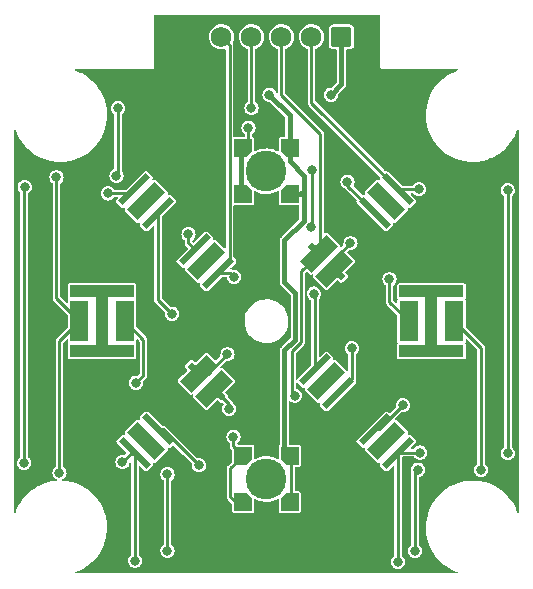
<source format=gtl>
G04 #@! TF.GenerationSoftware,KiCad,Pcbnew,(6.0.7)*
G04 #@! TF.CreationDate,2023-04-22T02:00:50-05:00*
G04 #@! TF.ProjectId,LED_BoardRev2,4c45445f-426f-4617-9264-526576322e6b,rev?*
G04 #@! TF.SameCoordinates,Original*
G04 #@! TF.FileFunction,Copper,L1,Top*
G04 #@! TF.FilePolarity,Positive*
%FSLAX46Y46*%
G04 Gerber Fmt 4.6, Leading zero omitted, Abs format (unit mm)*
G04 Created by KiCad (PCBNEW (6.0.7)) date 2023-04-22 02:00:50*
%MOMM*%
%LPD*%
G01*
G04 APERTURE LIST*
G04 Aperture macros list*
%AMRoundRect*
0 Rectangle with rounded corners*
0 $1 Rounding radius*
0 $2 $3 $4 $5 $6 $7 $8 $9 X,Y pos of 4 corners*
0 Add a 4 corners polygon primitive as box body*
4,1,4,$2,$3,$4,$5,$6,$7,$8,$9,$2,$3,0*
0 Add four circle primitives for the rounded corners*
1,1,$1+$1,$2,$3*
1,1,$1+$1,$4,$5*
1,1,$1+$1,$6,$7*
1,1,$1+$1,$8,$9*
0 Add four rect primitives between the rounded corners*
20,1,$1+$1,$2,$3,$4,$5,0*
20,1,$1+$1,$4,$5,$6,$7,0*
20,1,$1+$1,$6,$7,$8,$9,0*
20,1,$1+$1,$8,$9,$2,$3,0*%
%AMRotRect*
0 Rectangle, with rotation*
0 The origin of the aperture is its center*
0 $1 length*
0 $2 width*
0 $3 Rotation angle, in degrees counterclockwise*
0 Add horizontal line*
21,1,$1,$2,0,0,$3*%
%AMOutline5P*
0 Free polygon, 5 corners , with rotation*
0 The origin of the aperture is its center*
0 number of corners: always 5*
0 $1 to $10 corner X, Y*
0 $11 Rotation angle, in degrees counterclockwise*
0 create outline with 5 corners*
4,1,5,$1,$2,$3,$4,$5,$6,$7,$8,$9,$10,$1,$2,$11*%
%AMOutline6P*
0 Free polygon, 6 corners , with rotation*
0 The origin of the aperture is its center*
0 number of corners: always 6*
0 $1 to $12 corner X, Y*
0 $13 Rotation angle, in degrees counterclockwise*
0 create outline with 6 corners*
4,1,6,$1,$2,$3,$4,$5,$6,$7,$8,$9,$10,$11,$12,$1,$2,$13*%
%AMOutline7P*
0 Free polygon, 7 corners , with rotation*
0 The origin of the aperture is its center*
0 number of corners: always 7*
0 $1 to $14 corner X, Y*
0 $15 Rotation angle, in degrees counterclockwise*
0 create outline with 7 corners*
4,1,7,$1,$2,$3,$4,$5,$6,$7,$8,$9,$10,$11,$12,$13,$14,$1,$2,$15*%
%AMOutline8P*
0 Free polygon, 8 corners , with rotation*
0 The origin of the aperture is its center*
0 number of corners: always 8*
0 $1 to $16 corner X, Y*
0 $17 Rotation angle, in degrees counterclockwise*
0 create outline with 8 corners*
4,1,8,$1,$2,$3,$4,$5,$6,$7,$8,$9,$10,$11,$12,$13,$14,$15,$16,$1,$2,$17*%
%AMFreePoly0*
4,1,13,0.662500,-1.575000,-0.662500,-1.575000,-0.662500,-0.255000,-1.112500,-0.255000,-1.116037,-0.253536,-1.117500,-0.250000,-1.117500,0.250000,-1.116037,0.253536,-1.112500,0.255000,-0.662500,0.255000,-0.662500,1.575000,0.662500,1.575000,0.662500,-1.575000,0.662500,-1.575000,$1*%
%AMFreePoly1*
4,1,13,0.662500,0.255000,1.112500,0.255000,1.116037,0.253536,1.117500,0.250000,1.117500,-0.250000,1.116037,-0.253536,1.112500,-0.255000,0.662500,-0.255000,0.662500,-1.575000,-0.662500,-1.575000,-0.662500,1.575000,0.662500,1.575000,0.662500,0.255000,0.662500,0.255000,$1*%
%AMFreePoly2*
4,1,29,2.703536,3.023536,2.705000,3.020000,2.705000,2.000000,2.703536,1.996464,2.700000,1.995000,0.500000,1.995000,0.500000,-1.995000,2.700000,-1.995000,2.703536,-1.996464,2.705000,-2.000000,2.705000,-3.020000,2.703536,-3.023536,2.700000,-3.025000,-2.700000,-3.025000,-2.703536,-3.023536,-2.705000,-3.020000,-2.705000,-2.000000,-2.703536,-1.996464,-2.700000,-1.995000,-0.500000,-1.995000,
-0.500000,1.995000,-2.700000,1.995000,-2.703536,1.996464,-2.705000,2.000000,-2.705000,3.020000,-2.703536,3.023536,-2.700000,3.025000,2.700000,3.025000,2.703536,3.023536,2.703536,3.023536,$1*%
G04 Aperture macros list end*
G04 #@! TA.AperFunction,SMDPad,CuDef*
%ADD10FreePoly0,315.000000*%
G04 #@! TD*
G04 #@! TA.AperFunction,SMDPad,CuDef*
%ADD11FreePoly1,315.000000*%
G04 #@! TD*
G04 #@! TA.AperFunction,SMDPad,CuDef*
%ADD12R,1.550000X3.400000*%
G04 #@! TD*
G04 #@! TA.AperFunction,SMDPad,CuDef*
%ADD13FreePoly2,180.000000*%
G04 #@! TD*
G04 #@! TA.AperFunction,SMDPad,CuDef*
%ADD14RotRect,3.300000X0.500000X315.000000*%
G04 #@! TD*
G04 #@! TA.AperFunction,SMDPad,CuDef*
%ADD15RotRect,3.300000X1.300000X315.000000*%
G04 #@! TD*
G04 #@! TA.AperFunction,SMDPad,CuDef*
%ADD16RotRect,3.300000X0.500000X225.000000*%
G04 #@! TD*
G04 #@! TA.AperFunction,SMDPad,CuDef*
%ADD17RotRect,3.300000X1.300000X225.000000*%
G04 #@! TD*
G04 #@! TA.AperFunction,SMDPad,CuDef*
%ADD18Outline5P,-0.735000X0.735000X0.735000X0.735000X0.735000X-0.335000X0.335000X-0.735000X-0.735000X-0.735000X90.000000*%
G04 #@! TD*
G04 #@! TA.AperFunction,SMDPad,CuDef*
%ADD19Outline5P,-0.735000X0.735000X0.735000X0.735000X0.735000X-0.735000X-0.335000X-0.735000X-0.735000X-0.335000X90.000000*%
G04 #@! TD*
G04 #@! TA.AperFunction,SMDPad,CuDef*
%ADD20Outline5P,-0.735000X0.735000X0.335000X0.735000X0.735000X0.335000X0.735000X-0.735000X-0.735000X-0.735000X90.000000*%
G04 #@! TD*
G04 #@! TA.AperFunction,SMDPad,CuDef*
%ADD21Outline5P,-0.735000X0.335000X-0.335000X0.735000X0.735000X0.735000X0.735000X-0.735000X-0.735000X-0.735000X90.000000*%
G04 #@! TD*
G04 #@! TA.AperFunction,SMDPad,CuDef*
%ADD22C,3.450000*%
G04 #@! TD*
G04 #@! TA.AperFunction,SMDPad,CuDef*
%ADD23RotRect,3.300000X0.500000X135.000000*%
G04 #@! TD*
G04 #@! TA.AperFunction,SMDPad,CuDef*
%ADD24RotRect,3.300000X1.300000X135.000000*%
G04 #@! TD*
G04 #@! TA.AperFunction,SMDPad,CuDef*
%ADD25FreePoly0,135.000000*%
G04 #@! TD*
G04 #@! TA.AperFunction,SMDPad,CuDef*
%ADD26FreePoly1,135.000000*%
G04 #@! TD*
G04 #@! TA.AperFunction,SMDPad,CuDef*
%ADD27RotRect,3.300000X0.500000X45.000000*%
G04 #@! TD*
G04 #@! TA.AperFunction,SMDPad,CuDef*
%ADD28RotRect,3.300000X1.300000X45.000000*%
G04 #@! TD*
G04 #@! TA.AperFunction,ComponentPad*
%ADD29RoundRect,0.250000X0.620000X0.620000X-0.620000X0.620000X-0.620000X-0.620000X0.620000X-0.620000X0*%
G04 #@! TD*
G04 #@! TA.AperFunction,ComponentPad*
%ADD30C,1.740000*%
G04 #@! TD*
G04 #@! TA.AperFunction,SMDPad,CuDef*
%ADD31FreePoly2,0.000000*%
G04 #@! TD*
G04 #@! TA.AperFunction,ViaPad*
%ADD32C,0.800000*%
G04 #@! TD*
G04 #@! TA.AperFunction,Conductor*
%ADD33C,0.381000*%
G04 #@! TD*
G04 #@! TA.AperFunction,Conductor*
%ADD34C,0.250000*%
G04 #@! TD*
G04 APERTURE END LIST*
D10*
X131434765Y-113654765D03*
D11*
X132725235Y-114945235D03*
D12*
X125165800Y-109220000D03*
X121315800Y-109220000D03*
D13*
X123240800Y-109220000D03*
D14*
X127989949Y-118390051D03*
X126010051Y-120369949D03*
D15*
X127000000Y-119380000D03*
D16*
X143229949Y-115289949D03*
X141250051Y-113310051D03*
D17*
X142240000Y-114300000D03*
D18*
X135191000Y-124549400D03*
D19*
X135191000Y-120611400D03*
D20*
X139129000Y-124549400D03*
D21*
X139129000Y-120611400D03*
D22*
X137160000Y-122580400D03*
D16*
X127963898Y-100049949D03*
X125984000Y-98070051D03*
D17*
X126973949Y-99060000D03*
D23*
X146330051Y-100049949D03*
X148309949Y-98070051D03*
D24*
X147320000Y-99060000D03*
D25*
X142885235Y-104785235D03*
D26*
X141594765Y-103494765D03*
D27*
X131090164Y-103150051D03*
X133070062Y-105129949D03*
D28*
X132080113Y-104140000D03*
D27*
X146330051Y-118390051D03*
X148309949Y-120369949D03*
D28*
X147320000Y-119380000D03*
D19*
X135191000Y-94551000D03*
D18*
X135191000Y-98489000D03*
D20*
X139129000Y-98489000D03*
D21*
X139129000Y-94551000D03*
D22*
X137160000Y-96520000D03*
D29*
X143510000Y-85140800D03*
D30*
X140970000Y-85140800D03*
X138430000Y-85140800D03*
X135890000Y-85140800D03*
X133350000Y-85140800D03*
X130810000Y-85140800D03*
D12*
X149205000Y-109220000D03*
X153055000Y-109220000D03*
D31*
X151130000Y-109220000D03*
D32*
X137414000Y-90043000D03*
X142621000Y-90043000D03*
X124968000Y-121158000D03*
X148285200Y-129590800D03*
X116687600Y-97840800D03*
X123748800Y-98399600D03*
X150063200Y-98044000D03*
X157581600Y-98145600D03*
X150164800Y-120345200D03*
X157581600Y-120396000D03*
X116636800Y-121208800D03*
X126034800Y-129489200D03*
X134010400Y-116636800D03*
X139547600Y-115519200D03*
X155321000Y-121793000D03*
X119380000Y-97028000D03*
X135890000Y-91186000D03*
X128778000Y-128651000D03*
X149987000Y-121793000D03*
X124587000Y-91186000D03*
X124460000Y-96901000D03*
X119634000Y-122047000D03*
X128778000Y-122174000D03*
X149733000Y-128651000D03*
X134416800Y-105460800D03*
X141173200Y-106883200D03*
X123444000Y-103759000D03*
X134366000Y-118999000D03*
X131445000Y-121412000D03*
X148717000Y-116332000D03*
X133858000Y-112014000D03*
X147574000Y-105664000D03*
X130556000Y-101854000D03*
X135636000Y-92837000D03*
X144018000Y-97409000D03*
X129159000Y-108585000D03*
X141007500Y-96393000D03*
X140970000Y-101219000D03*
X144272000Y-102616000D03*
X126111000Y-114427000D03*
X144399000Y-111506000D03*
D33*
X139129000Y-94551000D02*
X139129000Y-95695000D01*
X139129000Y-91758000D02*
X139129000Y-94551000D01*
X138684000Y-120166400D02*
X139129000Y-120611400D01*
X137414000Y-90043000D02*
X139129000Y-91758000D01*
X143510000Y-89154000D02*
X142621000Y-90043000D01*
X143510000Y-85140800D02*
X143510000Y-89154000D01*
X138684000Y-105918000D02*
X139590900Y-106824900D01*
D34*
X139210000Y-124468400D02*
X139129000Y-124549400D01*
D33*
X140017000Y-98489000D02*
X140335000Y-98171000D01*
X138684000Y-111691372D02*
X138684000Y-120166400D01*
X140335000Y-96901000D02*
X140335000Y-98171000D01*
X138684000Y-102387064D02*
X138684000Y-105918000D01*
D34*
X139129000Y-120611400D02*
X138822600Y-120305000D01*
D33*
X140335000Y-100736064D02*
X138684000Y-102387064D01*
D34*
X139210000Y-120692400D02*
X139210000Y-124468400D01*
D33*
X139590900Y-110784472D02*
X138684000Y-111691372D01*
X139129000Y-98489000D02*
X140017000Y-98489000D01*
X139590900Y-106824900D02*
X139590900Y-110784472D01*
X140335000Y-98171000D02*
X140335000Y-100736064D01*
D34*
X139129000Y-120611400D02*
X139210000Y-120692400D01*
D33*
X139129000Y-95695000D02*
X140335000Y-96901000D01*
D34*
X140970000Y-85140800D02*
X140970000Y-90730102D01*
X148309949Y-98070051D02*
X150037149Y-98070051D01*
X125654451Y-98399600D02*
X125984000Y-98070051D01*
X126034800Y-129489200D02*
X126010051Y-129464451D01*
X157581600Y-98145600D02*
X157581600Y-120396000D01*
X116636800Y-97891600D02*
X116687600Y-97840800D01*
X148309949Y-120369949D02*
X148309949Y-129566051D01*
X148309949Y-129566051D02*
X148285200Y-129590800D01*
X148334698Y-120345200D02*
X148309949Y-120369949D01*
X123748800Y-98399600D02*
X125654451Y-98399600D01*
X116636800Y-121208800D02*
X116636800Y-97891600D01*
X150164800Y-120345200D02*
X148334698Y-120345200D01*
X140970000Y-90730102D02*
X148309949Y-98070051D01*
X125756051Y-120369949D02*
X124968000Y-121158000D01*
X150037149Y-98070051D02*
X150063200Y-98044000D01*
X126010051Y-120369949D02*
X125756051Y-120369949D01*
X126010051Y-129464451D02*
X126010051Y-120369949D01*
X140106400Y-104983130D02*
X140106400Y-110998000D01*
X141732000Y-103357530D02*
X141594765Y-103494765D01*
X138430000Y-90068400D02*
X141732000Y-93370400D01*
X138430000Y-85140800D02*
X138430000Y-90068400D01*
X141732000Y-93370400D02*
X141732000Y-103357530D01*
X139344400Y-111760000D02*
X139344400Y-115316000D01*
X139344400Y-115316000D02*
X139547600Y-115519200D01*
X134010400Y-116636800D02*
X134010400Y-116230400D01*
X141594765Y-103494765D02*
X140106400Y-104983130D01*
X134010400Y-116230400D02*
X132725235Y-114945235D01*
X140106400Y-110998000D02*
X139344400Y-111760000D01*
X124587000Y-91186000D02*
X124587000Y-96774000D01*
X128778000Y-122174000D02*
X128778000Y-128651000D01*
X124587000Y-96774000D02*
X124460000Y-96901000D01*
X149733000Y-122047000D02*
X149987000Y-121793000D01*
X135890000Y-85140800D02*
X135890000Y-91186000D01*
X119380000Y-97028000D02*
X119380000Y-107284200D01*
X155321000Y-121793000D02*
X155321000Y-111486000D01*
X121315800Y-109220000D02*
X119634000Y-110901800D01*
X119380000Y-107284200D02*
X121315800Y-109220000D01*
X155321000Y-111486000D02*
X153055000Y-109220000D01*
X149733000Y-128651000D02*
X149733000Y-122047000D01*
X119634000Y-110901800D02*
X119634000Y-122047000D01*
X141173200Y-106883200D02*
X141250051Y-106960051D01*
X141250051Y-106960051D02*
X141250051Y-113310051D01*
X133070062Y-105129949D02*
X134085949Y-105129949D01*
X134031459Y-85822259D02*
X134031459Y-104168552D01*
X134085949Y-105129949D02*
X134416800Y-105460800D01*
X134031459Y-104168552D02*
X133070062Y-105129949D01*
X133350000Y-85140800D02*
X134031459Y-85822259D01*
X135191000Y-120611400D02*
X134112000Y-121690400D01*
X134582400Y-124549400D02*
X135191000Y-124549400D01*
X134112000Y-121690400D02*
X134112000Y-124079000D01*
X134366000Y-119786400D02*
X135191000Y-120611400D01*
X134366000Y-118999000D02*
X134366000Y-119786400D01*
X134112000Y-124079000D02*
X134582400Y-124549400D01*
X128423051Y-118390051D02*
X127989949Y-118390051D01*
X131445000Y-121412000D02*
X128423051Y-118390051D01*
X146658949Y-118390051D02*
X146330051Y-118390051D01*
X148717000Y-116332000D02*
X146658949Y-118390051D01*
X132217235Y-113654765D02*
X131434765Y-113654765D01*
X133858000Y-112014000D02*
X132217235Y-113654765D01*
X147574000Y-107589000D02*
X147574000Y-105664000D01*
X149205000Y-109220000D02*
X147574000Y-107589000D01*
X130556000Y-101854000D02*
X130556000Y-102615887D01*
X130556000Y-102615887D02*
X131090164Y-103150051D01*
X135636000Y-92837000D02*
X135636000Y-94106000D01*
D33*
X135044500Y-98342500D02*
X135044500Y-94697500D01*
X135044500Y-94697500D02*
X135191000Y-94551000D01*
X135191000Y-98489000D02*
X135044500Y-98342500D01*
D34*
X135636000Y-94106000D02*
X135191000Y-94551000D01*
X144018000Y-97737898D02*
X146330051Y-100049949D01*
X144018000Y-97409000D02*
X144018000Y-97737898D01*
X127963898Y-107389898D02*
X127963898Y-100049949D01*
X129159000Y-108585000D02*
X127963898Y-107389898D01*
X141007500Y-101181500D02*
X140970000Y-101219000D01*
X142885235Y-104002765D02*
X142885235Y-104785235D01*
X144272000Y-102616000D02*
X142885235Y-104002765D01*
X141007500Y-96393000D02*
X141007500Y-101181500D01*
X126111000Y-114427000D02*
X126746000Y-113792000D01*
X126746000Y-113792000D02*
X126746000Y-110800200D01*
X126746000Y-110800200D02*
X125165800Y-109220000D01*
X144399000Y-111506000D02*
X144399000Y-114120898D01*
X144399000Y-114120898D02*
X143229949Y-115289949D01*
G04 #@! TA.AperFunction,Conductor*
G36*
X146767794Y-83330306D02*
G01*
X146786100Y-83374500D01*
X146786100Y-87717836D01*
X146785453Y-87726804D01*
X146782043Y-87750323D01*
X146791963Y-87772142D01*
X146795031Y-87780392D01*
X146801778Y-87803389D01*
X146808141Y-87808910D01*
X146808697Y-87809932D01*
X146809520Y-87810757D01*
X146813008Y-87818428D01*
X146820550Y-87823298D01*
X146820551Y-87823299D01*
X146833134Y-87831424D01*
X146840186Y-87836718D01*
X146858283Y-87852422D01*
X146866621Y-87853631D01*
X146868842Y-87854848D01*
X146870201Y-87855357D01*
X146875859Y-87859011D01*
X146876473Y-87859100D01*
X146899836Y-87859100D01*
X146908804Y-87859747D01*
X146923438Y-87861869D01*
X146923439Y-87861869D01*
X146932323Y-87863157D01*
X146940126Y-87859609D01*
X146947314Y-87859100D01*
X153347363Y-87859100D01*
X153391557Y-87877406D01*
X153409863Y-87921600D01*
X153391557Y-87965794D01*
X153368688Y-87980349D01*
X153088333Y-88082113D01*
X152897024Y-88173978D01*
X152733075Y-88252705D01*
X152733071Y-88252707D01*
X152731674Y-88253378D01*
X152393789Y-88459219D01*
X152392548Y-88460156D01*
X152079261Y-88696663D01*
X152079256Y-88696667D01*
X152078019Y-88697601D01*
X151787486Y-88966167D01*
X151525064Y-89262261D01*
X151524158Y-89263515D01*
X151341077Y-89516897D01*
X151293347Y-89582954D01*
X151094627Y-89925076D01*
X151093985Y-89926488D01*
X151093984Y-89926490D01*
X150931510Y-90283832D01*
X150931506Y-90283841D01*
X150930869Y-90285243D01*
X150803692Y-90659893D01*
X150802661Y-90664342D01*
X150714703Y-91043815D01*
X150714701Y-91043825D01*
X150714354Y-91045323D01*
X150663739Y-91437719D01*
X150652347Y-91833202D01*
X150680290Y-92227862D01*
X150680553Y-92229395D01*
X150680554Y-92229400D01*
X150694558Y-92310897D01*
X150747293Y-92617795D01*
X150852692Y-92999145D01*
X150853251Y-93000590D01*
X150853253Y-93000596D01*
X150904067Y-93131942D01*
X150995446Y-93368141D01*
X150996150Y-93369531D01*
X151151579Y-93676562D01*
X151174143Y-93721135D01*
X151174971Y-93722432D01*
X151174972Y-93722434D01*
X151298183Y-93915464D01*
X151387015Y-94054635D01*
X151631958Y-94365343D01*
X151906549Y-94650188D01*
X151936599Y-94675717D01*
X152206895Y-94905351D01*
X152206903Y-94905357D01*
X152208074Y-94906352D01*
X152209346Y-94907231D01*
X152209351Y-94907235D01*
X152400873Y-95039604D01*
X152533549Y-95131302D01*
X152706654Y-95227058D01*
X152878398Y-95322062D01*
X152878403Y-95322064D01*
X152879758Y-95322814D01*
X152881185Y-95323427D01*
X152881191Y-95323430D01*
X153063533Y-95401770D01*
X153243275Y-95478993D01*
X153244756Y-95479461D01*
X153244763Y-95479464D01*
X153619020Y-95597826D01*
X153619025Y-95597827D01*
X153620507Y-95598296D01*
X153622028Y-95598615D01*
X153622035Y-95598617D01*
X153891333Y-95655121D01*
X154007723Y-95679542D01*
X154009272Y-95679709D01*
X154009279Y-95679710D01*
X154277607Y-95708623D01*
X154401093Y-95721929D01*
X154443845Y-95723160D01*
X154457990Y-95723568D01*
X154457999Y-95723568D01*
X154458411Y-95723580D01*
X154729472Y-95723580D01*
X154978265Y-95711194D01*
X155023733Y-95708931D01*
X155023735Y-95708931D01*
X155025278Y-95708854D01*
X155026813Y-95708623D01*
X155026815Y-95708623D01*
X155414988Y-95650264D01*
X155414994Y-95650263D01*
X155416529Y-95650032D01*
X155418030Y-95649651D01*
X155418034Y-95649650D01*
X155798503Y-95553023D01*
X155798509Y-95553021D01*
X155800002Y-95552642D01*
X156126941Y-95433969D01*
X156170439Y-95418180D01*
X156170441Y-95418179D01*
X156171907Y-95417647D01*
X156398662Y-95308761D01*
X156527165Y-95247055D01*
X156527169Y-95247053D01*
X156528566Y-95246382D01*
X156866451Y-95040541D01*
X157121958Y-94847653D01*
X157180979Y-94803097D01*
X157180984Y-94803093D01*
X157182221Y-94802159D01*
X157240432Y-94748350D01*
X157471619Y-94534642D01*
X157472754Y-94533593D01*
X157735176Y-94237499D01*
X157966893Y-93916806D01*
X158135846Y-93625932D01*
X158164836Y-93576022D01*
X158164837Y-93576019D01*
X158165613Y-93574684D01*
X158197193Y-93505227D01*
X158328730Y-93215928D01*
X158328734Y-93215919D01*
X158329371Y-93214517D01*
X158399217Y-93008758D01*
X158430757Y-92972793D01*
X158478490Y-92969665D01*
X158514455Y-93001205D01*
X158520900Y-93028848D01*
X158520900Y-125399078D01*
X158502594Y-125443272D01*
X158458400Y-125461578D01*
X158414206Y-125443272D01*
X158400110Y-125421629D01*
X158265356Y-125073312D01*
X158264794Y-125071859D01*
X158086097Y-124718865D01*
X158079618Y-124708714D01*
X157874062Y-124386676D01*
X157874060Y-124386673D01*
X157873225Y-124385365D01*
X157724559Y-124196784D01*
X157629249Y-124075883D01*
X157629244Y-124075877D01*
X157628282Y-124074657D01*
X157353691Y-123789812D01*
X157176055Y-123638899D01*
X157053345Y-123534649D01*
X157053337Y-123534643D01*
X157052166Y-123533648D01*
X157050894Y-123532769D01*
X157050889Y-123532765D01*
X156727970Y-123309582D01*
X156726691Y-123308698D01*
X156517437Y-123192945D01*
X156381842Y-123117938D01*
X156381837Y-123117936D01*
X156380482Y-123117186D01*
X156379055Y-123116573D01*
X156379049Y-123116570D01*
X156158511Y-123021820D01*
X156016965Y-122961007D01*
X156015484Y-122960539D01*
X156015477Y-122960536D01*
X155641220Y-122842174D01*
X155641215Y-122842173D01*
X155639733Y-122841704D01*
X155638212Y-122841385D01*
X155638205Y-122841383D01*
X155254047Y-122760779D01*
X155254046Y-122760779D01*
X155252517Y-122760458D01*
X155250968Y-122760291D01*
X155250961Y-122760290D01*
X154891322Y-122721538D01*
X154859147Y-122718071D01*
X154816395Y-122716840D01*
X154802250Y-122716432D01*
X154802241Y-122716432D01*
X154801829Y-122716420D01*
X154530768Y-122716420D01*
X154281975Y-122728806D01*
X154236507Y-122731069D01*
X154236505Y-122731069D01*
X154234962Y-122731146D01*
X154233427Y-122731377D01*
X154233425Y-122731377D01*
X153845252Y-122789736D01*
X153845246Y-122789737D01*
X153843711Y-122789968D01*
X153842210Y-122790349D01*
X153842206Y-122790350D01*
X153461737Y-122886977D01*
X153461731Y-122886979D01*
X153460238Y-122887358D01*
X153088333Y-123022353D01*
X153013461Y-123058306D01*
X152733075Y-123192945D01*
X152733071Y-123192947D01*
X152731674Y-123193618D01*
X152393789Y-123399459D01*
X152392548Y-123400396D01*
X152079261Y-123636903D01*
X152079256Y-123636907D01*
X152078019Y-123637841D01*
X152076879Y-123638895D01*
X152076874Y-123638899D01*
X151914703Y-123788809D01*
X151787486Y-123906407D01*
X151525064Y-124202501D01*
X151524158Y-124203755D01*
X151303838Y-124508675D01*
X151293347Y-124523194D01*
X151094627Y-124865316D01*
X151093985Y-124866728D01*
X151093984Y-124866730D01*
X150931510Y-125224072D01*
X150931506Y-125224081D01*
X150930869Y-125225483D01*
X150803692Y-125600133D01*
X150803341Y-125601648D01*
X150714703Y-125984055D01*
X150714701Y-125984065D01*
X150714354Y-125985563D01*
X150663739Y-126377959D01*
X150652347Y-126773442D01*
X150680290Y-127168102D01*
X150747293Y-127558035D01*
X150852692Y-127939385D01*
X150995446Y-128308381D01*
X150996150Y-128309771D01*
X151168891Y-128651000D01*
X151174143Y-128661375D01*
X151174971Y-128662672D01*
X151174972Y-128662674D01*
X151367179Y-128963798D01*
X151387015Y-128994875D01*
X151442611Y-129065398D01*
X151621047Y-129291742D01*
X151631958Y-129305583D01*
X151906549Y-129590428D01*
X151971917Y-129645962D01*
X152206895Y-129845591D01*
X152206903Y-129845597D01*
X152208074Y-129846592D01*
X152209346Y-129847471D01*
X152209351Y-129847475D01*
X152512162Y-130056761D01*
X152533549Y-130071542D01*
X152615551Y-130116903D01*
X152878398Y-130262302D01*
X152878403Y-130262304D01*
X152879758Y-130263054D01*
X152881185Y-130263667D01*
X152881191Y-130263670D01*
X153063533Y-130342010D01*
X153243275Y-130419233D01*
X153244756Y-130419701D01*
X153244763Y-130419704D01*
X153368413Y-130458809D01*
X153405030Y-130489589D01*
X153409158Y-130537246D01*
X153378378Y-130573863D01*
X153349567Y-130580900D01*
X120972637Y-130580900D01*
X120928443Y-130562594D01*
X120910137Y-130518400D01*
X120928443Y-130474206D01*
X120951312Y-130459651D01*
X121230199Y-130358420D01*
X121230201Y-130358419D01*
X121231667Y-130357887D01*
X121430723Y-130262302D01*
X121586925Y-130187295D01*
X121586929Y-130187293D01*
X121588326Y-130186622D01*
X121926211Y-129980781D01*
X122171924Y-129795287D01*
X122240739Y-129743337D01*
X122240744Y-129743333D01*
X122241981Y-129742399D01*
X122342211Y-129649748D01*
X122515890Y-129489200D01*
X122532514Y-129473833D01*
X122794936Y-129177739D01*
X122876108Y-129065398D01*
X123025743Y-128858306D01*
X123025747Y-128858300D01*
X123026653Y-128857046D01*
X123225373Y-128514924D01*
X123236500Y-128490452D01*
X123388490Y-128156168D01*
X123388494Y-128156159D01*
X123389131Y-128154757D01*
X123516308Y-127780107D01*
X123567782Y-127558035D01*
X123605297Y-127396185D01*
X123605299Y-127396175D01*
X123605646Y-127394677D01*
X123656261Y-127002281D01*
X123667653Y-126606798D01*
X123639710Y-126212138D01*
X123572707Y-125822205D01*
X123467308Y-125440855D01*
X123437046Y-125362631D01*
X123325116Y-125073312D01*
X123324554Y-125071859D01*
X123145857Y-124718865D01*
X123139378Y-124708714D01*
X122933822Y-124386676D01*
X122933820Y-124386673D01*
X122932985Y-124385365D01*
X122784319Y-124196784D01*
X122689009Y-124075883D01*
X122689004Y-124075877D01*
X122688042Y-124074657D01*
X122413451Y-123789812D01*
X122235815Y-123638899D01*
X122113105Y-123534649D01*
X122113097Y-123534643D01*
X122111926Y-123533648D01*
X122110654Y-123532769D01*
X122110649Y-123532765D01*
X121787730Y-123309582D01*
X121786451Y-123308698D01*
X121577197Y-123192945D01*
X121441602Y-123117938D01*
X121441597Y-123117936D01*
X121440242Y-123117186D01*
X121438815Y-123116573D01*
X121438809Y-123116570D01*
X121218271Y-123021820D01*
X121076725Y-122961007D01*
X121075244Y-122960539D01*
X121075237Y-122960536D01*
X120700980Y-122842174D01*
X120700975Y-122842173D01*
X120699493Y-122841704D01*
X120697972Y-122841385D01*
X120697965Y-122841383D01*
X120313807Y-122760779D01*
X120313806Y-122760779D01*
X120312277Y-122760458D01*
X120310728Y-122760291D01*
X120310721Y-122760290D01*
X119951082Y-122721538D01*
X119918907Y-122718071D01*
X119908076Y-122717759D01*
X119896946Y-122717438D01*
X119853298Y-122697866D01*
X119836273Y-122653163D01*
X119855845Y-122609515D01*
X119874824Y-122597224D01*
X119936841Y-122571536D01*
X120062282Y-122475282D01*
X120158536Y-122349841D01*
X120219044Y-122203762D01*
X120239682Y-122047000D01*
X120227379Y-121953548D01*
X120219579Y-121894301D01*
X120219579Y-121894300D01*
X120219044Y-121890238D01*
X120209427Y-121867019D01*
X120160103Y-121747942D01*
X120158536Y-121744159D01*
X120073883Y-121633837D01*
X120064773Y-121621964D01*
X120064772Y-121621963D01*
X120062282Y-121618718D01*
X119983952Y-121558613D01*
X119960035Y-121517187D01*
X119959500Y-121509029D01*
X119959500Y-121158000D01*
X124362318Y-121158000D01*
X124362853Y-121162064D01*
X124381797Y-121305955D01*
X124382956Y-121314762D01*
X124384524Y-121318547D01*
X124384524Y-121318548D01*
X124404993Y-121367964D01*
X124443464Y-121460841D01*
X124539718Y-121586282D01*
X124665159Y-121682536D01*
X124668942Y-121684103D01*
X124807452Y-121741476D01*
X124807453Y-121741476D01*
X124811238Y-121743044D01*
X124815300Y-121743579D01*
X124815301Y-121743579D01*
X124963936Y-121763147D01*
X124968000Y-121763682D01*
X124972064Y-121763147D01*
X125120699Y-121743579D01*
X125120700Y-121743579D01*
X125124762Y-121743044D01*
X125128547Y-121741476D01*
X125128548Y-121741476D01*
X125267058Y-121684103D01*
X125270841Y-121682536D01*
X125396282Y-121586282D01*
X125492536Y-121460841D01*
X125531007Y-121367964D01*
X125551476Y-121318548D01*
X125551476Y-121318547D01*
X125553044Y-121314762D01*
X125554204Y-121305955D01*
X125559139Y-121268464D01*
X125560086Y-121261272D01*
X125584003Y-121219845D01*
X125630209Y-121207465D01*
X125671636Y-121231382D01*
X125684551Y-121269430D01*
X125684551Y-128970219D01*
X125666245Y-129014413D01*
X125660101Y-129019802D01*
X125606518Y-129060918D01*
X125510264Y-129186359D01*
X125508697Y-129190142D01*
X125460417Y-129306701D01*
X125449756Y-129332438D01*
X125429118Y-129489200D01*
X125449756Y-129645962D01*
X125451324Y-129649747D01*
X125451324Y-129649748D01*
X125490090Y-129743337D01*
X125510264Y-129792041D01*
X125606518Y-129917482D01*
X125731959Y-130013736D01*
X125735742Y-130015303D01*
X125874252Y-130072676D01*
X125874253Y-130072676D01*
X125878038Y-130074244D01*
X125882100Y-130074779D01*
X125882101Y-130074779D01*
X126030736Y-130094347D01*
X126034800Y-130094882D01*
X126038864Y-130094347D01*
X126187499Y-130074779D01*
X126187500Y-130074779D01*
X126191562Y-130074244D01*
X126195347Y-130072676D01*
X126195348Y-130072676D01*
X126333858Y-130015303D01*
X126337641Y-130013736D01*
X126463082Y-129917482D01*
X126559336Y-129792041D01*
X126579510Y-129743337D01*
X126618276Y-129649748D01*
X126618276Y-129649747D01*
X126619844Y-129645962D01*
X126640482Y-129489200D01*
X126619844Y-129332438D01*
X126609184Y-129306701D01*
X126560903Y-129190142D01*
X126559336Y-129186359D01*
X126463082Y-129060918D01*
X126459837Y-129058428D01*
X126459834Y-129058425D01*
X126360004Y-128981823D01*
X126336086Y-128940396D01*
X126335551Y-128932238D01*
X126335551Y-128651000D01*
X128172318Y-128651000D01*
X128192956Y-128807762D01*
X128253464Y-128953841D01*
X128349718Y-129079282D01*
X128475159Y-129175536D01*
X128478942Y-129177103D01*
X128617452Y-129234476D01*
X128617453Y-129234476D01*
X128621238Y-129236044D01*
X128625300Y-129236579D01*
X128625301Y-129236579D01*
X128773936Y-129256147D01*
X128778000Y-129256682D01*
X128782064Y-129256147D01*
X128930699Y-129236579D01*
X128930700Y-129236579D01*
X128934762Y-129236044D01*
X128938547Y-129234476D01*
X128938548Y-129234476D01*
X129077058Y-129177103D01*
X129080841Y-129175536D01*
X129206282Y-129079282D01*
X129302536Y-128953841D01*
X129363044Y-128807762D01*
X129383682Y-128651000D01*
X129369443Y-128542840D01*
X129363579Y-128498301D01*
X129363579Y-128498300D01*
X129363044Y-128494238D01*
X129302536Y-128348159D01*
X129206282Y-128222718D01*
X129127952Y-128162613D01*
X129104035Y-128121187D01*
X129103500Y-128113029D01*
X129103500Y-122711971D01*
X129121806Y-122667777D01*
X129127948Y-122662389D01*
X129206282Y-122602282D01*
X129210166Y-122597221D01*
X129300045Y-122480087D01*
X129302536Y-122476841D01*
X129363044Y-122330762D01*
X129377885Y-122218037D01*
X129383147Y-122178064D01*
X129383682Y-122174000D01*
X129368834Y-122061214D01*
X129363579Y-122021301D01*
X129363579Y-122021300D01*
X129363044Y-122017238D01*
X129354680Y-121997044D01*
X129304103Y-121874942D01*
X129302536Y-121871159D01*
X129206282Y-121745718D01*
X129080841Y-121649464D01*
X129043114Y-121633837D01*
X128938548Y-121590524D01*
X128938547Y-121590524D01*
X128934762Y-121588956D01*
X128930700Y-121588421D01*
X128930699Y-121588421D01*
X128782064Y-121568853D01*
X128778000Y-121568318D01*
X128773936Y-121568853D01*
X128625301Y-121588421D01*
X128625300Y-121588421D01*
X128621238Y-121588956D01*
X128617453Y-121590524D01*
X128617452Y-121590524D01*
X128512886Y-121633837D01*
X128475159Y-121649464D01*
X128349718Y-121745718D01*
X128253464Y-121871159D01*
X128251897Y-121874942D01*
X128201321Y-121997044D01*
X128192956Y-122017238D01*
X128192421Y-122021300D01*
X128192421Y-122021301D01*
X128187166Y-122061214D01*
X128172318Y-122174000D01*
X128172853Y-122178064D01*
X128178116Y-122218037D01*
X128192956Y-122330762D01*
X128253464Y-122476841D01*
X128255955Y-122480087D01*
X128345835Y-122597221D01*
X128349718Y-122602282D01*
X128428048Y-122662387D01*
X128451965Y-122703813D01*
X128452500Y-122711971D01*
X128452500Y-128113029D01*
X128434194Y-128157223D01*
X128428052Y-128162611D01*
X128349718Y-128222718D01*
X128253464Y-128348159D01*
X128192956Y-128494238D01*
X128192421Y-128498300D01*
X128192421Y-128498301D01*
X128186557Y-128542840D01*
X128172318Y-128651000D01*
X126335551Y-128651000D01*
X126335551Y-121483440D01*
X126353857Y-121439246D01*
X126398051Y-121420940D01*
X126442245Y-121439246D01*
X126872190Y-121869191D01*
X126921769Y-121902319D01*
X127000000Y-121917879D01*
X127006038Y-121916678D01*
X127072194Y-121903520D01*
X127078232Y-121902319D01*
X127127811Y-121869191D01*
X127509293Y-121487709D01*
X127542421Y-121438130D01*
X127557981Y-121359898D01*
X127542421Y-121281667D01*
X127538999Y-121276545D01*
X127536811Y-121271263D01*
X127536812Y-121223428D01*
X127570637Y-121189603D01*
X127618470Y-121189603D01*
X127623760Y-121191794D01*
X127628875Y-121195212D01*
X127634909Y-121196412D01*
X127634911Y-121196413D01*
X127701069Y-121209572D01*
X127707107Y-121210773D01*
X127785338Y-121195212D01*
X127834918Y-121162084D01*
X128782084Y-120214918D01*
X128815212Y-120165338D01*
X128830773Y-120087107D01*
X128818392Y-120024863D01*
X128816413Y-120014911D01*
X128816412Y-120014909D01*
X128815212Y-120008875D01*
X128811794Y-120003760D01*
X128809603Y-119998470D01*
X128809604Y-119950635D01*
X128843430Y-119916811D01*
X128891263Y-119916811D01*
X128896545Y-119918999D01*
X128901667Y-119922421D01*
X128979898Y-119937981D01*
X128985936Y-119936780D01*
X129052092Y-119923622D01*
X129058130Y-119922421D01*
X129107709Y-119889293D01*
X129240644Y-119756358D01*
X129284838Y-119738052D01*
X129329032Y-119756358D01*
X130120107Y-120547434D01*
X130834434Y-121261761D01*
X130852740Y-121305955D01*
X130852205Y-121314113D01*
X130839318Y-121412000D01*
X130839853Y-121416064D01*
X130853218Y-121517578D01*
X130859956Y-121568762D01*
X130861524Y-121572547D01*
X130861524Y-121572548D01*
X130889588Y-121640301D01*
X130920464Y-121714841D01*
X131016718Y-121840282D01*
X131142159Y-121936536D01*
X131145942Y-121938103D01*
X131284452Y-121995476D01*
X131284453Y-121995476D01*
X131288238Y-121997044D01*
X131292300Y-121997579D01*
X131292301Y-121997579D01*
X131440936Y-122017147D01*
X131445000Y-122017682D01*
X131449064Y-122017147D01*
X131597699Y-121997579D01*
X131597700Y-121997579D01*
X131601762Y-121997044D01*
X131605547Y-121995476D01*
X131605548Y-121995476D01*
X131744058Y-121938103D01*
X131747841Y-121936536D01*
X131873282Y-121840282D01*
X131969536Y-121714841D01*
X132000412Y-121640301D01*
X132028476Y-121572548D01*
X132028476Y-121572547D01*
X132030044Y-121568762D01*
X132036783Y-121517578D01*
X132050147Y-121416064D01*
X132050682Y-121412000D01*
X132044885Y-121367964D01*
X132030579Y-121259301D01*
X132030579Y-121259300D01*
X132030044Y-121255238D01*
X132011129Y-121209572D01*
X131971103Y-121112942D01*
X131969536Y-121109159D01*
X131873282Y-120983718D01*
X131747841Y-120887464D01*
X131669850Y-120855159D01*
X131605548Y-120828524D01*
X131605547Y-120828524D01*
X131601762Y-120826956D01*
X131597700Y-120826421D01*
X131597699Y-120826421D01*
X131449064Y-120806853D01*
X131445000Y-120806318D01*
X131347113Y-120819205D01*
X131300907Y-120806825D01*
X131294761Y-120801434D01*
X128665197Y-118171871D01*
X128661513Y-118167851D01*
X128639021Y-118141046D01*
X128635506Y-118136857D01*
X128600465Y-118116626D01*
X128595873Y-118113701D01*
X128567211Y-118093631D01*
X128567210Y-118093631D01*
X128562735Y-118090497D01*
X128557458Y-118089083D01*
X128557456Y-118089082D01*
X128556637Y-118088863D01*
X128541564Y-118082619D01*
X128540835Y-118082198D01*
X128540830Y-118082196D01*
X128536096Y-118079463D01*
X128496255Y-118072438D01*
X128490934Y-118071258D01*
X128457140Y-118062202D01*
X128457138Y-118062202D01*
X128451858Y-118060787D01*
X128413600Y-118064134D01*
X128411557Y-118064313D01*
X128406110Y-118064551D01*
X128327440Y-118064551D01*
X128283246Y-118046245D01*
X127127810Y-116890809D01*
X127078231Y-116857681D01*
X127000000Y-116842121D01*
X126921768Y-116857681D01*
X126872189Y-116890809D01*
X126490707Y-117272291D01*
X126457579Y-117321870D01*
X126442019Y-117400102D01*
X126457579Y-117478333D01*
X126461001Y-117483455D01*
X126463189Y-117488737D01*
X126463188Y-117536572D01*
X126429363Y-117570397D01*
X126381530Y-117570397D01*
X126376240Y-117568206D01*
X126371125Y-117564788D01*
X126365091Y-117563588D01*
X126365089Y-117563587D01*
X126298931Y-117550428D01*
X126292893Y-117549227D01*
X126214662Y-117564788D01*
X126165082Y-117597916D01*
X125217916Y-118545082D01*
X125184788Y-118594662D01*
X125169227Y-118672893D01*
X125170428Y-118678931D01*
X125178461Y-118719315D01*
X125184788Y-118751125D01*
X125188206Y-118756240D01*
X125190397Y-118761530D01*
X125190396Y-118809365D01*
X125156570Y-118843189D01*
X125108737Y-118843189D01*
X125103455Y-118841001D01*
X125098333Y-118837579D01*
X125020102Y-118822019D01*
X124941870Y-118837579D01*
X124892291Y-118870707D01*
X124510809Y-119252189D01*
X124477681Y-119301768D01*
X124462121Y-119380000D01*
X124477681Y-119458231D01*
X124510809Y-119507810D01*
X125290142Y-120287143D01*
X125308448Y-120331337D01*
X125290142Y-120375531D01*
X125118239Y-120547434D01*
X125074045Y-120565740D01*
X125065887Y-120565205D01*
X124972064Y-120552853D01*
X124968000Y-120552318D01*
X124963936Y-120552853D01*
X124815301Y-120572421D01*
X124815300Y-120572421D01*
X124811238Y-120572956D01*
X124807453Y-120574524D01*
X124807452Y-120574524D01*
X124668942Y-120631897D01*
X124665159Y-120633464D01*
X124539718Y-120729718D01*
X124443464Y-120855159D01*
X124441897Y-120858942D01*
X124391321Y-120981044D01*
X124382956Y-121001238D01*
X124382421Y-121005300D01*
X124382421Y-121005301D01*
X124371721Y-121086574D01*
X124362318Y-121158000D01*
X119959500Y-121158000D01*
X119959500Y-111062514D01*
X119977806Y-111018320D01*
X120233606Y-110762520D01*
X120277800Y-110744214D01*
X120321994Y-110762520D01*
X120340300Y-110806714D01*
X120340300Y-110939748D01*
X120340899Y-110942758D01*
X120340899Y-110942761D01*
X120348598Y-110981464D01*
X120351933Y-110998231D01*
X120355352Y-111003348D01*
X120355353Y-111003350D01*
X120373494Y-111030500D01*
X120382826Y-111077416D01*
X120373494Y-111099945D01*
X120349814Y-111135386D01*
X120349811Y-111135392D01*
X120348105Y-111137945D01*
X120346932Y-111140777D01*
X120346924Y-111140797D01*
X120346512Y-111141792D01*
X120330960Y-111219975D01*
X120331372Y-111222048D01*
X120331372Y-112237919D01*
X120330960Y-112239991D01*
X120346518Y-112318223D01*
X120348103Y-112322050D01*
X120392423Y-112388382D01*
X120458745Y-112432695D01*
X120461577Y-112433868D01*
X120461597Y-112433876D01*
X120462592Y-112434288D01*
X120465604Y-112434887D01*
X120465607Y-112434888D01*
X120486466Y-112439037D01*
X120540775Y-112449840D01*
X120542848Y-112449428D01*
X125938704Y-112449428D01*
X125940775Y-112449840D01*
X125946806Y-112448641D01*
X125946809Y-112448641D01*
X125999200Y-112438226D01*
X126019008Y-112434288D01*
X126020003Y-112433876D01*
X126020023Y-112433868D01*
X126022855Y-112432695D01*
X126089186Y-112388373D01*
X126095102Y-112379519D01*
X126131794Y-112324600D01*
X126131797Y-112324595D01*
X126133497Y-112322050D01*
X126135082Y-112318223D01*
X126150640Y-112240025D01*
X126150228Y-112237952D01*
X126150228Y-111222096D01*
X126150640Y-111220025D01*
X126149441Y-111213994D01*
X126149441Y-111213991D01*
X126135686Y-111144801D01*
X126135088Y-111141792D01*
X126134676Y-111140797D01*
X126134668Y-111140777D01*
X126133495Y-111137945D01*
X126108105Y-111099947D01*
X126098773Y-111053031D01*
X126108106Y-111030500D01*
X126126247Y-111003351D01*
X126126249Y-111003347D01*
X126129667Y-110998231D01*
X126133003Y-110981464D01*
X126140701Y-110942761D01*
X126140701Y-110942758D01*
X126141300Y-110939748D01*
X126141300Y-110806714D01*
X126159606Y-110762521D01*
X126203800Y-110744215D01*
X126247994Y-110762521D01*
X126402194Y-110916721D01*
X126420500Y-110960915D01*
X126420500Y-113631286D01*
X126402194Y-113675480D01*
X126261240Y-113816434D01*
X126217046Y-113834740D01*
X126208888Y-113834205D01*
X126115064Y-113821853D01*
X126111000Y-113821318D01*
X126106936Y-113821853D01*
X125958301Y-113841421D01*
X125958300Y-113841421D01*
X125954238Y-113841956D01*
X125950453Y-113843524D01*
X125950452Y-113843524D01*
X125814924Y-113899662D01*
X125808159Y-113902464D01*
X125682718Y-113998718D01*
X125586464Y-114124159D01*
X125584897Y-114127942D01*
X125546033Y-114221769D01*
X125525956Y-114270238D01*
X125525421Y-114274300D01*
X125525421Y-114274301D01*
X125511738Y-114378232D01*
X125505318Y-114427000D01*
X125525956Y-114583762D01*
X125586464Y-114729841D01*
X125682718Y-114855282D01*
X125808159Y-114951536D01*
X125811942Y-114953103D01*
X125950452Y-115010476D01*
X125950453Y-115010476D01*
X125954238Y-115012044D01*
X125958300Y-115012579D01*
X125958301Y-115012579D01*
X126106936Y-115032147D01*
X126111000Y-115032682D01*
X126115064Y-115032147D01*
X126263699Y-115012579D01*
X126263700Y-115012579D01*
X126267762Y-115012044D01*
X126271547Y-115010476D01*
X126271548Y-115010476D01*
X126410058Y-114953103D01*
X126413841Y-114951536D01*
X126539282Y-114855282D01*
X126635536Y-114729841D01*
X126696044Y-114583762D01*
X126716682Y-114427000D01*
X126709467Y-114372192D01*
X126703795Y-114329112D01*
X126711595Y-114300000D01*
X129648186Y-114300000D01*
X129649387Y-114306038D01*
X129662546Y-114372192D01*
X129663747Y-114378231D01*
X129667164Y-114383345D01*
X129667165Y-114383347D01*
X129696334Y-114427000D01*
X129708062Y-114444552D01*
X130644978Y-115381468D01*
X130647524Y-115383169D01*
X130647525Y-115383170D01*
X130706183Y-115422365D01*
X130706185Y-115422366D01*
X130711299Y-115425783D01*
X130717333Y-115426983D01*
X130717335Y-115426984D01*
X130783492Y-115440143D01*
X130789530Y-115441344D01*
X130795568Y-115440143D01*
X130861724Y-115426984D01*
X130861725Y-115426984D01*
X130867761Y-115425783D01*
X130872877Y-115422364D01*
X130878168Y-115420173D01*
X130926003Y-115420174D01*
X130959827Y-115454000D01*
X130959827Y-115501832D01*
X130957636Y-115507123D01*
X130954217Y-115512239D01*
X130938656Y-115590470D01*
X130939857Y-115596508D01*
X130942206Y-115608315D01*
X130954217Y-115668701D01*
X130957634Y-115673815D01*
X130957635Y-115673817D01*
X130996830Y-115732475D01*
X130998532Y-115735022D01*
X131935448Y-116671938D01*
X131937994Y-116673639D01*
X131937995Y-116673640D01*
X131996653Y-116712835D01*
X131996655Y-116712836D01*
X132001769Y-116716253D01*
X132007803Y-116717453D01*
X132007805Y-116717454D01*
X132073962Y-116730613D01*
X132080000Y-116731814D01*
X132158231Y-116716253D01*
X132163348Y-116712834D01*
X132163350Y-116712833D01*
X132221999Y-116673645D01*
X132222000Y-116673644D01*
X132224552Y-116671939D01*
X132568555Y-116327936D01*
X132969187Y-115927305D01*
X133013381Y-115908999D01*
X133057575Y-115927305D01*
X133185567Y-116055297D01*
X133186742Y-116057054D01*
X133191852Y-116060468D01*
X133191853Y-116060469D01*
X133250515Y-116099662D01*
X133250520Y-116099665D01*
X133253065Y-116101365D01*
X133256892Y-116102950D01*
X133335112Y-116118508D01*
X133388319Y-116107925D01*
X133435233Y-116117257D01*
X133444704Y-116125030D01*
X133519947Y-116200273D01*
X133538253Y-116244467D01*
X133525338Y-116282514D01*
X133488357Y-116330709D01*
X133488355Y-116330713D01*
X133485864Y-116333959D01*
X133484297Y-116337742D01*
X133426990Y-116476094D01*
X133425356Y-116480038D01*
X133404718Y-116636800D01*
X133405253Y-116640864D01*
X133424781Y-116789191D01*
X133425356Y-116793562D01*
X133426924Y-116797347D01*
X133426924Y-116797348D01*
X133476504Y-116917044D01*
X133485864Y-116939641D01*
X133582118Y-117065082D01*
X133707559Y-117161336D01*
X133711342Y-117162903D01*
X133849852Y-117220276D01*
X133849853Y-117220276D01*
X133853638Y-117221844D01*
X133857700Y-117222379D01*
X133857701Y-117222379D01*
X134006336Y-117241947D01*
X134010400Y-117242482D01*
X134014464Y-117241947D01*
X134163099Y-117222379D01*
X134163100Y-117222379D01*
X134167162Y-117221844D01*
X134170947Y-117220276D01*
X134170948Y-117220276D01*
X134309458Y-117162903D01*
X134313241Y-117161336D01*
X134438682Y-117065082D01*
X134534936Y-116939641D01*
X134544296Y-116917044D01*
X134593876Y-116797348D01*
X134593876Y-116797347D01*
X134595444Y-116793562D01*
X134596020Y-116789191D01*
X134615547Y-116640864D01*
X134616082Y-116636800D01*
X134595444Y-116480038D01*
X134593811Y-116476094D01*
X134536503Y-116337742D01*
X134534936Y-116333959D01*
X134438682Y-116208518D01*
X134435437Y-116206028D01*
X134435434Y-116206025D01*
X134333203Y-116127581D01*
X134315000Y-116100336D01*
X134313680Y-116100952D01*
X134311368Y-116095995D01*
X134309954Y-116090716D01*
X134286750Y-116057578D01*
X134283820Y-116052979D01*
X134279389Y-116045303D01*
X134263594Y-116017945D01*
X134232598Y-115991936D01*
X134228578Y-115988252D01*
X133905030Y-115664704D01*
X133886724Y-115620510D01*
X133887925Y-115608315D01*
X133897307Y-115561155D01*
X133898508Y-115555118D01*
X133882948Y-115476887D01*
X133881775Y-115474055D01*
X133881371Y-115473080D01*
X133837154Y-115406842D01*
X133835394Y-115405664D01*
X133707305Y-115277575D01*
X133688999Y-115233381D01*
X133707305Y-115189187D01*
X134449767Y-114446724D01*
X134451939Y-114444552D01*
X134458128Y-114435290D01*
X134492833Y-114383350D01*
X134492834Y-114383348D01*
X134496253Y-114378231D01*
X134511814Y-114300000D01*
X134505141Y-114266452D01*
X134497454Y-114227805D01*
X134497453Y-114227803D01*
X134496253Y-114221769D01*
X134459461Y-114166706D01*
X134453640Y-114157995D01*
X134453639Y-114157994D01*
X134451938Y-114155448D01*
X133515022Y-113218532D01*
X133512475Y-113216830D01*
X133453817Y-113177635D01*
X133453815Y-113177634D01*
X133448701Y-113174217D01*
X133442667Y-113173017D01*
X133442665Y-113173016D01*
X133376508Y-113159857D01*
X133370470Y-113158656D01*
X133326878Y-113167327D01*
X133279963Y-113157995D01*
X133253387Y-113118221D01*
X133262719Y-113071305D01*
X133270492Y-113061834D01*
X133707760Y-112624566D01*
X133751954Y-112606260D01*
X133760112Y-112606795D01*
X133858000Y-112619682D01*
X133862064Y-112619147D01*
X134010699Y-112599579D01*
X134010700Y-112599579D01*
X134014762Y-112599044D01*
X134018547Y-112597476D01*
X134018548Y-112597476D01*
X134157058Y-112540103D01*
X134160841Y-112538536D01*
X134286282Y-112442282D01*
X134382536Y-112316841D01*
X134411089Y-112247908D01*
X134441476Y-112174548D01*
X134441476Y-112174547D01*
X134443044Y-112170762D01*
X134463682Y-112014000D01*
X134445583Y-111876520D01*
X134443579Y-111861301D01*
X134443579Y-111861300D01*
X134443044Y-111857238D01*
X134423813Y-111810809D01*
X134384103Y-111714942D01*
X134382536Y-111711159D01*
X134286282Y-111585718D01*
X134160841Y-111489464D01*
X134097111Y-111463066D01*
X134018548Y-111430524D01*
X134018547Y-111430524D01*
X134014762Y-111428956D01*
X134010700Y-111428421D01*
X134010699Y-111428421D01*
X133862064Y-111408853D01*
X133858000Y-111408318D01*
X133853936Y-111408853D01*
X133705301Y-111428421D01*
X133705300Y-111428421D01*
X133701238Y-111428956D01*
X133697453Y-111430524D01*
X133697452Y-111430524D01*
X133618889Y-111463066D01*
X133555159Y-111489464D01*
X133429718Y-111585718D01*
X133333464Y-111711159D01*
X133331897Y-111714942D01*
X133292188Y-111810809D01*
X133272956Y-111857238D01*
X133272421Y-111861300D01*
X133272421Y-111861301D01*
X133270417Y-111876520D01*
X133252318Y-112014000D01*
X133252853Y-112018064D01*
X133265205Y-112111888D01*
X133252825Y-112158094D01*
X133247434Y-112164240D01*
X132898276Y-112513398D01*
X132854082Y-112531704D01*
X132809888Y-112513398D01*
X132224552Y-111928062D01*
X132222005Y-111926360D01*
X132163347Y-111887165D01*
X132163345Y-111887164D01*
X132158231Y-111883747D01*
X132152197Y-111882547D01*
X132152195Y-111882546D01*
X132086038Y-111869387D01*
X132080000Y-111868186D01*
X132001769Y-111883747D01*
X131996652Y-111887166D01*
X131996650Y-111887167D01*
X131938001Y-111926355D01*
X131935448Y-111928061D01*
X131933276Y-111930233D01*
X131190813Y-112672695D01*
X131146619Y-112691001D01*
X131102425Y-112672695D01*
X130974422Y-112544692D01*
X130973247Y-112542935D01*
X130906920Y-112498629D01*
X130905945Y-112498225D01*
X130903113Y-112497052D01*
X130858649Y-112488209D01*
X130830915Y-112482693D01*
X130830914Y-112482693D01*
X130824875Y-112481492D01*
X130746645Y-112497057D01*
X130742819Y-112498642D01*
X130740266Y-112500346D01*
X130740267Y-112500346D01*
X130710699Y-112520088D01*
X130676613Y-112542846D01*
X130675433Y-112544609D01*
X130324745Y-112895297D01*
X130322986Y-112896473D01*
X130278656Y-112962784D01*
X130278244Y-112963778D01*
X130278225Y-112963825D01*
X130277052Y-112966657D01*
X130261492Y-113044876D01*
X130277050Y-113123108D01*
X130278635Y-113126935D01*
X130322846Y-113193158D01*
X130324606Y-113194336D01*
X130452695Y-113322425D01*
X130471001Y-113366619D01*
X130452695Y-113410813D01*
X130054214Y-113809295D01*
X129708061Y-114155448D01*
X129706356Y-114158000D01*
X129706355Y-114158001D01*
X129688067Y-114185372D01*
X129663747Y-114221769D01*
X129648186Y-114300000D01*
X126711595Y-114300000D01*
X126716175Y-114282906D01*
X126721566Y-114276760D01*
X126964180Y-114034146D01*
X126968200Y-114030462D01*
X126995005Y-114007970D01*
X126999194Y-114004455D01*
X127019425Y-113969414D01*
X127022350Y-113964822D01*
X127042420Y-113936160D01*
X127042420Y-113936159D01*
X127045554Y-113931684D01*
X127047188Y-113925586D01*
X127053432Y-113910513D01*
X127053853Y-113909784D01*
X127053855Y-113909779D01*
X127056588Y-113905045D01*
X127063613Y-113865204D01*
X127064793Y-113859883D01*
X127073849Y-113826089D01*
X127073849Y-113826087D01*
X127075264Y-113820807D01*
X127071738Y-113780502D01*
X127071500Y-113775055D01*
X127071500Y-110817133D01*
X127071738Y-110811686D01*
X127074787Y-110776838D01*
X127074787Y-110776836D01*
X127075263Y-110771393D01*
X127072778Y-110762116D01*
X127064791Y-110732309D01*
X127063612Y-110726988D01*
X127057538Y-110692542D01*
X127056588Y-110687155D01*
X127053430Y-110681684D01*
X127047190Y-110666619D01*
X127046970Y-110665796D01*
X127046967Y-110665791D01*
X127045554Y-110660516D01*
X127022344Y-110627368D01*
X127019421Y-110622779D01*
X127001928Y-110592481D01*
X126999194Y-110587745D01*
X126968204Y-110561741D01*
X126964184Y-110558057D01*
X126159606Y-109753480D01*
X126141300Y-109709286D01*
X126141300Y-109262095D01*
X135305028Y-109262095D01*
X135330534Y-109529431D01*
X135394364Y-109790285D01*
X135395210Y-109792373D01*
X135395212Y-109792380D01*
X135463384Y-109960687D01*
X135495182Y-110039192D01*
X135630875Y-110270938D01*
X135798601Y-110480669D01*
X135800255Y-110482214D01*
X135993185Y-110662440D01*
X135993190Y-110662444D01*
X135994846Y-110663991D01*
X135996709Y-110665284D01*
X135996711Y-110665285D01*
X136073711Y-110718702D01*
X136215499Y-110817064D01*
X136455938Y-110936680D01*
X136458092Y-110937386D01*
X136458099Y-110937389D01*
X136643698Y-110998231D01*
X136711126Y-111020335D01*
X136713345Y-111020720D01*
X136713348Y-111020721D01*
X136973833Y-111065949D01*
X136973835Y-111065949D01*
X136975717Y-111066276D01*
X137060567Y-111070500D01*
X137228223Y-111070500D01*
X137229350Y-111070418D01*
X137229356Y-111070418D01*
X137425587Y-111056180D01*
X137425588Y-111056180D01*
X137427846Y-111056016D01*
X137690080Y-110998120D01*
X137692198Y-110997318D01*
X137692200Y-110997317D01*
X137939094Y-110903777D01*
X137939093Y-110903777D01*
X137941211Y-110902975D01*
X137943188Y-110901877D01*
X137943192Y-110901875D01*
X138075123Y-110828593D01*
X138175976Y-110772574D01*
X138184440Y-110766115D01*
X138304403Y-110674562D01*
X138389458Y-110609650D01*
X138517273Y-110478901D01*
X138575604Y-110419232D01*
X138575608Y-110419227D01*
X138577185Y-110417614D01*
X138735225Y-110200491D01*
X138860265Y-109962828D01*
X138949688Y-109709603D01*
X139001620Y-109446122D01*
X139014972Y-109177905D01*
X138989466Y-108910569D01*
X138925636Y-108649715D01*
X138924790Y-108647627D01*
X138924788Y-108647620D01*
X138825664Y-108402897D01*
X138824818Y-108400808D01*
X138689125Y-108169062D01*
X138521399Y-107959331D01*
X138381854Y-107828975D01*
X138326815Y-107777560D01*
X138326810Y-107777556D01*
X138325154Y-107776009D01*
X138104501Y-107622936D01*
X137864062Y-107503320D01*
X137861908Y-107502614D01*
X137861901Y-107502611D01*
X137621744Y-107423884D01*
X137608874Y-107419665D01*
X137606655Y-107419280D01*
X137606652Y-107419279D01*
X137346167Y-107374051D01*
X137346165Y-107374051D01*
X137344283Y-107373724D01*
X137259433Y-107369500D01*
X137091777Y-107369500D01*
X137090650Y-107369582D01*
X137090644Y-107369582D01*
X136894413Y-107383820D01*
X136894412Y-107383820D01*
X136892154Y-107383984D01*
X136629920Y-107441880D01*
X136627802Y-107442682D01*
X136627800Y-107442683D01*
X136454314Y-107508411D01*
X136378789Y-107537025D01*
X136376812Y-107538123D01*
X136376808Y-107538125D01*
X136261406Y-107602226D01*
X136144024Y-107667426D01*
X136142228Y-107668797D01*
X136142226Y-107668798D01*
X136091497Y-107707513D01*
X135930542Y-107830350D01*
X135841377Y-107921562D01*
X135744396Y-108020768D01*
X135744392Y-108020773D01*
X135742815Y-108022386D01*
X135741484Y-108024215D01*
X135741482Y-108024217D01*
X135663795Y-108130947D01*
X135584775Y-108239509D01*
X135583723Y-108241508D01*
X135583722Y-108241510D01*
X135503945Y-108393142D01*
X135459735Y-108477172D01*
X135370312Y-108730397D01*
X135318380Y-108993878D01*
X135318267Y-108996138D01*
X135318267Y-108996142D01*
X135317414Y-109013282D01*
X135305028Y-109262095D01*
X126141300Y-109262095D01*
X126141300Y-107500252D01*
X126140585Y-107496655D01*
X126130868Y-107447805D01*
X126130867Y-107447803D01*
X126129667Y-107441769D01*
X126126247Y-107436650D01*
X126126247Y-107436649D01*
X126108107Y-107409502D01*
X126098774Y-107362586D01*
X126108105Y-107340057D01*
X126131790Y-107304607D01*
X126131795Y-107304597D01*
X126133497Y-107302050D01*
X126135082Y-107298223D01*
X126150640Y-107220025D01*
X126150228Y-107217952D01*
X126150228Y-106202096D01*
X126150640Y-106200025D01*
X126149441Y-106193994D01*
X126149441Y-106193991D01*
X126139026Y-106141600D01*
X126135088Y-106121792D01*
X126134676Y-106120797D01*
X126134668Y-106120777D01*
X126133495Y-106117945D01*
X126089173Y-106051614D01*
X126072287Y-106040332D01*
X126025400Y-106009006D01*
X126025395Y-106009003D01*
X126022850Y-106007303D01*
X126019023Y-106005718D01*
X125940825Y-105990160D01*
X125938752Y-105990572D01*
X120542881Y-105990572D01*
X120540809Y-105990160D01*
X120462577Y-106005718D01*
X120458750Y-106007303D01*
X120456196Y-106009009D01*
X120456195Y-106009010D01*
X120448110Y-106014412D01*
X120392418Y-106051623D01*
X120348105Y-106117945D01*
X120346932Y-106120777D01*
X120346924Y-106120797D01*
X120346512Y-106121792D01*
X120345913Y-106124804D01*
X120345912Y-106124807D01*
X120345414Y-106127313D01*
X120330960Y-106199975D01*
X120331372Y-106202048D01*
X120331372Y-107217919D01*
X120330960Y-107219991D01*
X120346518Y-107298223D01*
X120348103Y-107302050D01*
X120349809Y-107304604D01*
X120349810Y-107304605D01*
X120373495Y-107340053D01*
X120382827Y-107386969D01*
X120373495Y-107409498D01*
X120355354Y-107436649D01*
X120351933Y-107441769D01*
X120350733Y-107447803D01*
X120350732Y-107447805D01*
X120341015Y-107496655D01*
X120340300Y-107500252D01*
X120340300Y-107633286D01*
X120321994Y-107677480D01*
X120277800Y-107695786D01*
X120233606Y-107677480D01*
X119723806Y-107167680D01*
X119705500Y-107123486D01*
X119705500Y-98399600D01*
X123143118Y-98399600D01*
X123143653Y-98403664D01*
X123163012Y-98550707D01*
X123163756Y-98556362D01*
X123165324Y-98560147D01*
X123165324Y-98560148D01*
X123195909Y-98633986D01*
X123224264Y-98702441D01*
X123320518Y-98827882D01*
X123445959Y-98924136D01*
X123449742Y-98925703D01*
X123588252Y-98983076D01*
X123588253Y-98983076D01*
X123592038Y-98984644D01*
X123596100Y-98985179D01*
X123596101Y-98985179D01*
X123744736Y-99004747D01*
X123748800Y-99005282D01*
X123752864Y-99004747D01*
X123901499Y-98985179D01*
X123901500Y-98985179D01*
X123905562Y-98984644D01*
X123909347Y-98983076D01*
X123909348Y-98983076D01*
X124047858Y-98925703D01*
X124051641Y-98924136D01*
X124177082Y-98827882D01*
X124237187Y-98749552D01*
X124278613Y-98725635D01*
X124286771Y-98725100D01*
X124540960Y-98725100D01*
X124585154Y-98743406D01*
X124603460Y-98787600D01*
X124585154Y-98831794D01*
X124484758Y-98932190D01*
X124451630Y-98981769D01*
X124436070Y-99060000D01*
X124451630Y-99138232D01*
X124484758Y-99187811D01*
X124866240Y-99569293D01*
X124915819Y-99602421D01*
X124994051Y-99617981D01*
X125072282Y-99602421D01*
X125077404Y-99598999D01*
X125082686Y-99596811D01*
X125130521Y-99596812D01*
X125164346Y-99630637D01*
X125164346Y-99678470D01*
X125162155Y-99683760D01*
X125158737Y-99688875D01*
X125143176Y-99767107D01*
X125158737Y-99845338D01*
X125191865Y-99894918D01*
X126139031Y-100842084D01*
X126188611Y-100875212D01*
X126266842Y-100890773D01*
X126272880Y-100889572D01*
X126339038Y-100876413D01*
X126339040Y-100876412D01*
X126345074Y-100875212D01*
X126350189Y-100871794D01*
X126355479Y-100869603D01*
X126403314Y-100869604D01*
X126437138Y-100903430D01*
X126437138Y-100951263D01*
X126434950Y-100956545D01*
X126431528Y-100961667D01*
X126415968Y-101039898D01*
X126431528Y-101118130D01*
X126464656Y-101167709D01*
X126846138Y-101549191D01*
X126895717Y-101582319D01*
X126973949Y-101597879D01*
X126979987Y-101596678D01*
X127046142Y-101583520D01*
X127052180Y-101582319D01*
X127101759Y-101549191D01*
X127531704Y-101119246D01*
X127575898Y-101100940D01*
X127620092Y-101119246D01*
X127638398Y-101163440D01*
X127638398Y-107372957D01*
X127638160Y-107378404D01*
X127634634Y-107418705D01*
X127636049Y-107423985D01*
X127636049Y-107423987D01*
X127645105Y-107457781D01*
X127646285Y-107463102D01*
X127653310Y-107502943D01*
X127656043Y-107507677D01*
X127656045Y-107507682D01*
X127656466Y-107508411D01*
X127662710Y-107523484D01*
X127664344Y-107529582D01*
X127667478Y-107534057D01*
X127667478Y-107534058D01*
X127687548Y-107562720D01*
X127690473Y-107567312D01*
X127710704Y-107602353D01*
X127714894Y-107605869D01*
X127741698Y-107628361D01*
X127745717Y-107632044D01*
X128548434Y-108434761D01*
X128566740Y-108478955D01*
X128566205Y-108487113D01*
X128553318Y-108585000D01*
X128553853Y-108589064D01*
X128572502Y-108730714D01*
X128573956Y-108741762D01*
X128634464Y-108887841D01*
X128730718Y-109013282D01*
X128856159Y-109109536D01*
X128859942Y-109111103D01*
X128998452Y-109168476D01*
X128998453Y-109168476D01*
X129002238Y-109170044D01*
X129006300Y-109170579D01*
X129006301Y-109170579D01*
X129154936Y-109190147D01*
X129159000Y-109190682D01*
X129163064Y-109190147D01*
X129311699Y-109170579D01*
X129311700Y-109170579D01*
X129315762Y-109170044D01*
X129319547Y-109168476D01*
X129319548Y-109168476D01*
X129458058Y-109111103D01*
X129461841Y-109109536D01*
X129587282Y-109013282D01*
X129683536Y-108887841D01*
X129744044Y-108741762D01*
X129745499Y-108730714D01*
X129764147Y-108589064D01*
X129764682Y-108585000D01*
X129744044Y-108428238D01*
X129733548Y-108402897D01*
X129685103Y-108285942D01*
X129683536Y-108282159D01*
X129587282Y-108156718D01*
X129461841Y-108060464D01*
X129366007Y-108020768D01*
X129319548Y-108001524D01*
X129319547Y-108001524D01*
X129315762Y-107999956D01*
X129311700Y-107999421D01*
X129311699Y-107999421D01*
X129163064Y-107979853D01*
X129159000Y-107979318D01*
X129061113Y-107992205D01*
X129014907Y-107979825D01*
X129008761Y-107974434D01*
X128307704Y-107273378D01*
X128289398Y-107229184D01*
X128289398Y-104140000D01*
X129542234Y-104140000D01*
X129557794Y-104218232D01*
X129590922Y-104267811D01*
X129972404Y-104649293D01*
X130021983Y-104682421D01*
X130100215Y-104697981D01*
X130178446Y-104682421D01*
X130183568Y-104678999D01*
X130188850Y-104676811D01*
X130236685Y-104676812D01*
X130270510Y-104710637D01*
X130270510Y-104758470D01*
X130268319Y-104763760D01*
X130264901Y-104768875D01*
X130263701Y-104774909D01*
X130263700Y-104774911D01*
X130250541Y-104841069D01*
X130249340Y-104847107D01*
X130264901Y-104925338D01*
X130298029Y-104974918D01*
X131245195Y-105922084D01*
X131294775Y-105955212D01*
X131373006Y-105970773D01*
X131379044Y-105969572D01*
X131445202Y-105956413D01*
X131445204Y-105956412D01*
X131451238Y-105955212D01*
X131456353Y-105951794D01*
X131461643Y-105949603D01*
X131509478Y-105949604D01*
X131543302Y-105983430D01*
X131543302Y-106031263D01*
X131541114Y-106036545D01*
X131537692Y-106041667D01*
X131522132Y-106119898D01*
X131537692Y-106198130D01*
X131570820Y-106247709D01*
X131952302Y-106629191D01*
X132001881Y-106662319D01*
X132080113Y-106677879D01*
X132086151Y-106676678D01*
X132152306Y-106663520D01*
X132158344Y-106662319D01*
X132207923Y-106629191D01*
X133363359Y-105473755D01*
X133407553Y-105455449D01*
X133755603Y-105455449D01*
X133799797Y-105473755D01*
X133817568Y-105509791D01*
X133826156Y-105575022D01*
X133831756Y-105617562D01*
X133833324Y-105621347D01*
X133833324Y-105621348D01*
X133875476Y-105723111D01*
X133892264Y-105763641D01*
X133988518Y-105889082D01*
X133991763Y-105891572D01*
X133996632Y-105895308D01*
X134113959Y-105985336D01*
X134117742Y-105986903D01*
X134256252Y-106044276D01*
X134256253Y-106044276D01*
X134260038Y-106045844D01*
X134264100Y-106046379D01*
X134264101Y-106046379D01*
X134412736Y-106065947D01*
X134416800Y-106066482D01*
X134420864Y-106065947D01*
X134569499Y-106046379D01*
X134569500Y-106046379D01*
X134573562Y-106045844D01*
X134577347Y-106044276D01*
X134577348Y-106044276D01*
X134715858Y-105986903D01*
X134719641Y-105985336D01*
X134836968Y-105895308D01*
X134841837Y-105891572D01*
X134845082Y-105889082D01*
X134941336Y-105763641D01*
X134958124Y-105723111D01*
X135000276Y-105621348D01*
X135000276Y-105621347D01*
X135001844Y-105617562D01*
X135007445Y-105575022D01*
X135021947Y-105464864D01*
X135022482Y-105460800D01*
X135003289Y-105315013D01*
X135002379Y-105308101D01*
X135002379Y-105308100D01*
X135001844Y-105304038D01*
X134994339Y-105285918D01*
X134942903Y-105161742D01*
X134941336Y-105157959D01*
X134845082Y-105032518D01*
X134719641Y-104936264D01*
X134662523Y-104912605D01*
X134577348Y-104877324D01*
X134577347Y-104877324D01*
X134573562Y-104875756D01*
X134569500Y-104875221D01*
X134569499Y-104875221D01*
X134420864Y-104855653D01*
X134416800Y-104855118D01*
X134412736Y-104855653D01*
X134395302Y-104857948D01*
X134310905Y-104869059D01*
X134271498Y-104861221D01*
X134263371Y-104856529D01*
X134258771Y-104853599D01*
X134230109Y-104833529D01*
X134230108Y-104833529D01*
X134225633Y-104830395D01*
X134220356Y-104828981D01*
X134220354Y-104828980D01*
X134219535Y-104828761D01*
X134204462Y-104822517D01*
X134203733Y-104822096D01*
X134203728Y-104822094D01*
X134198994Y-104819361D01*
X134163157Y-104813042D01*
X134122814Y-104787342D01*
X134112459Y-104740640D01*
X134129816Y-104707298D01*
X134569304Y-104267810D01*
X134602432Y-104218231D01*
X134617992Y-104140000D01*
X134602432Y-104061768D01*
X134569304Y-104012189D01*
X134375265Y-103818150D01*
X134356959Y-103773956D01*
X134356959Y-99484884D01*
X134375265Y-99440690D01*
X134419459Y-99422384D01*
X134431652Y-99423585D01*
X134433239Y-99423901D01*
X134433242Y-99423901D01*
X134436252Y-99424500D01*
X135945748Y-99424500D01*
X135948758Y-99423901D01*
X135948761Y-99423901D01*
X135998195Y-99414068D01*
X135998197Y-99414067D01*
X136004231Y-99412867D01*
X136009345Y-99409450D01*
X136009347Y-99409449D01*
X136065438Y-99371969D01*
X136070552Y-99368552D01*
X136114867Y-99302231D01*
X136126500Y-99243748D01*
X136126500Y-98749552D01*
X136126501Y-98256009D01*
X136144807Y-98211815D01*
X136189001Y-98193509D01*
X136221236Y-98202464D01*
X136255198Y-98222910D01*
X136270476Y-98232108D01*
X136283609Y-98240015D01*
X136285640Y-98240875D01*
X136285642Y-98240876D01*
X136365431Y-98274662D01*
X136534704Y-98346340D01*
X136536831Y-98346904D01*
X136536837Y-98346906D01*
X136796136Y-98415658D01*
X136796142Y-98415659D01*
X136798276Y-98416225D01*
X136800463Y-98416484D01*
X136800469Y-98416485D01*
X137066868Y-98448015D01*
X137069065Y-98448275D01*
X137071275Y-98448223D01*
X137071276Y-98448223D01*
X137205366Y-98445063D01*
X137341668Y-98441851D01*
X137343847Y-98441488D01*
X137343850Y-98441488D01*
X137442372Y-98425089D01*
X137610647Y-98397080D01*
X137870634Y-98314857D01*
X138103947Y-98202822D01*
X138151709Y-98200193D01*
X138187341Y-98232108D01*
X138193500Y-98259163D01*
X138193500Y-99243748D01*
X138205133Y-99302231D01*
X138249448Y-99368552D01*
X138254562Y-99371969D01*
X138310653Y-99409449D01*
X138310655Y-99409450D01*
X138315769Y-99412867D01*
X138321803Y-99414067D01*
X138321805Y-99414068D01*
X138371239Y-99423901D01*
X138371242Y-99423901D01*
X138374252Y-99424500D01*
X139881500Y-99424500D01*
X139925694Y-99442806D01*
X139944000Y-99487000D01*
X139944000Y-100548218D01*
X139925694Y-100592412D01*
X139186152Y-101331955D01*
X138451313Y-102066794D01*
X138451311Y-102066795D01*
X138363731Y-102154375D01*
X138360813Y-102160102D01*
X138351820Y-102177751D01*
X138346697Y-102186111D01*
X138334164Y-102203361D01*
X138334163Y-102203364D01*
X138331273Y-102207341D01*
X138329753Y-102212018D01*
X138329753Y-102212019D01*
X138323166Y-102232294D01*
X138319417Y-102241347D01*
X138307501Y-102264732D01*
X138306732Y-102269586D01*
X138306731Y-102269590D01*
X138303396Y-102290652D01*
X138301108Y-102300183D01*
X138293000Y-102325136D01*
X138293000Y-105979928D01*
X138301108Y-106004881D01*
X138303396Y-106014412D01*
X138306731Y-106035474D01*
X138306732Y-106035478D01*
X138307501Y-106040332D01*
X138319417Y-106063717D01*
X138323165Y-106072768D01*
X138331273Y-106097723D01*
X138334163Y-106101700D01*
X138334164Y-106101703D01*
X138346697Y-106118953D01*
X138351819Y-106127312D01*
X138363731Y-106150689D01*
X138451312Y-106238270D01*
X138451315Y-106238272D01*
X139181594Y-106968551D01*
X139199900Y-107012745D01*
X139199900Y-110596627D01*
X139181594Y-110640821D01*
X138451313Y-111371102D01*
X138451311Y-111371103D01*
X138363731Y-111458683D01*
X138361498Y-111463066D01*
X138351820Y-111482059D01*
X138346697Y-111490419D01*
X138334164Y-111507669D01*
X138334163Y-111507672D01*
X138331273Y-111511649D01*
X138329753Y-111516326D01*
X138329753Y-111516327D01*
X138323166Y-111536602D01*
X138319417Y-111545655D01*
X138307501Y-111569040D01*
X138306732Y-111573894D01*
X138306731Y-111573898D01*
X138303396Y-111594960D01*
X138301108Y-111604491D01*
X138293000Y-111629444D01*
X138293000Y-119669340D01*
X138274694Y-119713534D01*
X138265223Y-119721307D01*
X138254564Y-119728429D01*
X138254562Y-119728431D01*
X138249448Y-119731848D01*
X138246031Y-119736962D01*
X138222495Y-119772186D01*
X138205133Y-119798169D01*
X138203933Y-119804203D01*
X138203932Y-119804205D01*
X138201744Y-119815207D01*
X138193500Y-119856652D01*
X138193500Y-119859723D01*
X138193499Y-120845553D01*
X138175193Y-120889747D01*
X138130999Y-120908053D01*
X138100460Y-120900084D01*
X138014443Y-120851913D01*
X137981932Y-120833706D01*
X137727621Y-120735320D01*
X137570239Y-120698841D01*
X137464138Y-120674248D01*
X137464134Y-120674247D01*
X137461984Y-120673749D01*
X137459782Y-120673558D01*
X137459780Y-120673558D01*
X137192517Y-120650410D01*
X137192515Y-120650410D01*
X137190322Y-120650220D01*
X136918054Y-120665204D01*
X136650615Y-120718401D01*
X136648543Y-120719129D01*
X136648538Y-120719130D01*
X136395414Y-120808021D01*
X136395410Y-120808023D01*
X136393339Y-120808750D01*
X136272919Y-120871303D01*
X136217811Y-120899929D01*
X136170154Y-120904057D01*
X136133537Y-120873277D01*
X136126500Y-120844466D01*
X136126500Y-119856652D01*
X136118256Y-119815207D01*
X136116068Y-119804205D01*
X136116067Y-119804203D01*
X136114867Y-119798169D01*
X136097506Y-119772186D01*
X136073969Y-119736962D01*
X136070552Y-119731848D01*
X136027000Y-119702747D01*
X136009347Y-119690951D01*
X136009345Y-119690950D01*
X136004231Y-119687533D01*
X135998197Y-119686333D01*
X135998195Y-119686332D01*
X135948761Y-119676499D01*
X135948758Y-119676499D01*
X135945748Y-119675900D01*
X134754000Y-119675900D01*
X134709806Y-119657594D01*
X134691500Y-119613400D01*
X134691500Y-119536971D01*
X134709806Y-119492777D01*
X134715948Y-119487389D01*
X134794282Y-119427282D01*
X134890536Y-119301841D01*
X134951044Y-119155762D01*
X134971682Y-118999000D01*
X134951044Y-118842238D01*
X134943167Y-118823220D01*
X134892103Y-118699942D01*
X134890536Y-118696159D01*
X134794282Y-118570718D01*
X134668841Y-118474464D01*
X134665058Y-118472897D01*
X134526548Y-118415524D01*
X134526547Y-118415524D01*
X134522762Y-118413956D01*
X134518700Y-118413421D01*
X134518699Y-118413421D01*
X134370064Y-118393853D01*
X134366000Y-118393318D01*
X134361936Y-118393853D01*
X134213301Y-118413421D01*
X134213300Y-118413421D01*
X134209238Y-118413956D01*
X134205453Y-118415524D01*
X134205452Y-118415524D01*
X134066942Y-118472897D01*
X134063159Y-118474464D01*
X133937718Y-118570718D01*
X133841464Y-118696159D01*
X133839897Y-118699942D01*
X133788834Y-118823220D01*
X133780956Y-118842238D01*
X133760318Y-118999000D01*
X133780956Y-119155762D01*
X133841464Y-119301841D01*
X133937718Y-119427282D01*
X134016048Y-119487387D01*
X134039965Y-119528813D01*
X134040500Y-119536971D01*
X134040500Y-119769459D01*
X134040262Y-119774906D01*
X134036736Y-119815207D01*
X134038151Y-119820487D01*
X134038151Y-119820489D01*
X134047207Y-119854283D01*
X134048387Y-119859604D01*
X134055412Y-119899445D01*
X134058145Y-119904179D01*
X134058147Y-119904184D01*
X134058568Y-119904913D01*
X134064812Y-119919986D01*
X134066446Y-119926084D01*
X134069580Y-119930559D01*
X134069580Y-119930560D01*
X134089650Y-119959222D01*
X134092575Y-119963814D01*
X134112806Y-119998855D01*
X134116995Y-120002370D01*
X134143801Y-120024863D01*
X134147821Y-120028547D01*
X134237194Y-120117920D01*
X134255500Y-120162114D01*
X134255500Y-121060686D01*
X134237194Y-121104880D01*
X133893820Y-121448254D01*
X133889800Y-121451938D01*
X133858806Y-121477945D01*
X133849571Y-121493942D01*
X133838580Y-121512979D01*
X133835650Y-121517578D01*
X133812446Y-121550716D01*
X133811032Y-121555993D01*
X133811031Y-121555995D01*
X133810812Y-121556814D01*
X133804568Y-121571887D01*
X133804147Y-121572616D01*
X133804145Y-121572621D01*
X133801412Y-121577355D01*
X133800463Y-121582738D01*
X133794388Y-121617193D01*
X133793207Y-121622517D01*
X133785319Y-121651955D01*
X133782736Y-121661593D01*
X133786118Y-121700247D01*
X133786262Y-121701894D01*
X133786500Y-121707341D01*
X133786500Y-124062059D01*
X133786262Y-124067506D01*
X133782736Y-124107807D01*
X133784151Y-124113087D01*
X133784151Y-124113089D01*
X133793207Y-124146883D01*
X133794387Y-124152204D01*
X133801412Y-124192045D01*
X133804145Y-124196779D01*
X133804147Y-124196784D01*
X133804568Y-124197513D01*
X133810812Y-124212586D01*
X133812446Y-124218684D01*
X133815580Y-124223159D01*
X133815580Y-124223160D01*
X133835650Y-124251822D01*
X133838575Y-124256414D01*
X133858806Y-124291455D01*
X133862995Y-124294970D01*
X133889802Y-124317464D01*
X133893822Y-124321148D01*
X134237194Y-124664520D01*
X134255500Y-124708714D01*
X134255500Y-125304148D01*
X134267133Y-125362631D01*
X134270550Y-125367745D01*
X134270551Y-125367747D01*
X134299554Y-125411152D01*
X134311448Y-125428952D01*
X134316562Y-125432369D01*
X134372653Y-125469849D01*
X134372655Y-125469850D01*
X134377769Y-125473267D01*
X134383803Y-125474467D01*
X134383805Y-125474468D01*
X134433239Y-125484301D01*
X134433242Y-125484301D01*
X134436252Y-125484900D01*
X135945748Y-125484900D01*
X135948758Y-125484301D01*
X135948761Y-125484301D01*
X135998195Y-125474468D01*
X135998197Y-125474467D01*
X136004231Y-125473267D01*
X136009345Y-125469850D01*
X136009347Y-125469849D01*
X136065438Y-125432369D01*
X136070552Y-125428952D01*
X136082446Y-125411152D01*
X136111449Y-125367747D01*
X136111450Y-125367745D01*
X136114867Y-125362631D01*
X136126500Y-125304148D01*
X136126501Y-124316409D01*
X136144807Y-124272215D01*
X136189001Y-124253909D01*
X136221236Y-124262864D01*
X136259983Y-124286191D01*
X136270476Y-124292508D01*
X136283609Y-124300415D01*
X136285640Y-124301275D01*
X136285642Y-124301276D01*
X136332572Y-124321148D01*
X136534704Y-124406740D01*
X136536831Y-124407304D01*
X136536837Y-124407306D01*
X136796136Y-124476058D01*
X136796142Y-124476059D01*
X136798276Y-124476625D01*
X136800463Y-124476884D01*
X136800469Y-124476885D01*
X137066868Y-124508415D01*
X137069065Y-124508675D01*
X137071275Y-124508623D01*
X137071276Y-124508623D01*
X137205367Y-124505463D01*
X137341668Y-124502251D01*
X137343847Y-124501888D01*
X137343850Y-124501888D01*
X137414142Y-124490188D01*
X137610647Y-124457480D01*
X137870634Y-124375257D01*
X138103947Y-124263222D01*
X138151709Y-124260593D01*
X138187341Y-124292508D01*
X138193500Y-124319563D01*
X138193500Y-125304148D01*
X138205133Y-125362631D01*
X138208550Y-125367745D01*
X138208551Y-125367747D01*
X138237554Y-125411152D01*
X138249448Y-125428952D01*
X138254562Y-125432369D01*
X138310653Y-125469849D01*
X138310655Y-125469850D01*
X138315769Y-125473267D01*
X138321803Y-125474467D01*
X138321805Y-125474468D01*
X138371239Y-125484301D01*
X138371242Y-125484301D01*
X138374252Y-125484900D01*
X139883748Y-125484900D01*
X139886758Y-125484301D01*
X139886761Y-125484301D01*
X139936195Y-125474468D01*
X139936197Y-125474467D01*
X139942231Y-125473267D01*
X139947345Y-125469850D01*
X139947347Y-125469849D01*
X140003438Y-125432369D01*
X140008552Y-125428952D01*
X140020446Y-125411152D01*
X140049449Y-125367747D01*
X140049450Y-125367745D01*
X140052867Y-125362631D01*
X140064500Y-125304148D01*
X140064500Y-123794652D01*
X140063901Y-123791639D01*
X140054068Y-123742205D01*
X140054067Y-123742203D01*
X140052867Y-123736169D01*
X140008552Y-123669848D01*
X139991680Y-123658574D01*
X139947347Y-123628951D01*
X139947345Y-123628950D01*
X139942231Y-123625533D01*
X139936197Y-123624333D01*
X139936195Y-123624332D01*
X139886761Y-123614499D01*
X139886758Y-123614499D01*
X139883748Y-123613900D01*
X139598000Y-123613900D01*
X139553806Y-123595594D01*
X139535500Y-123551400D01*
X139535500Y-121609400D01*
X139553806Y-121565206D01*
X139598000Y-121546900D01*
X139883748Y-121546900D01*
X139886758Y-121546301D01*
X139886761Y-121546301D01*
X139936195Y-121536468D01*
X139936197Y-121536467D01*
X139942231Y-121535267D01*
X139947345Y-121531850D01*
X139947347Y-121531849D01*
X140003438Y-121494369D01*
X140008552Y-121490952D01*
X140034621Y-121451938D01*
X140049449Y-121429747D01*
X140049450Y-121429745D01*
X140052867Y-121424631D01*
X140055380Y-121412000D01*
X140063901Y-121369161D01*
X140063901Y-121369158D01*
X140064500Y-121366148D01*
X140064500Y-119856652D01*
X140056256Y-119815207D01*
X140054068Y-119804205D01*
X140054067Y-119804203D01*
X140052867Y-119798169D01*
X140035506Y-119772186D01*
X140011969Y-119736962D01*
X140008552Y-119731848D01*
X139965000Y-119702747D01*
X139947347Y-119690951D01*
X139947345Y-119690950D01*
X139942231Y-119687533D01*
X139936197Y-119686333D01*
X139936195Y-119686332D01*
X139886761Y-119676499D01*
X139886758Y-119676499D01*
X139883748Y-119675900D01*
X139137500Y-119675900D01*
X139093306Y-119657594D01*
X139075000Y-119613400D01*
X139075000Y-119380000D01*
X144782121Y-119380000D01*
X144797681Y-119458232D01*
X144830809Y-119507811D01*
X145212291Y-119889293D01*
X145261870Y-119922421D01*
X145267908Y-119923622D01*
X145300986Y-119930201D01*
X145340102Y-119937981D01*
X145418333Y-119922421D01*
X145423455Y-119918999D01*
X145428737Y-119916811D01*
X145476572Y-119916812D01*
X145510397Y-119950637D01*
X145510397Y-119998470D01*
X145508206Y-120003760D01*
X145504788Y-120008875D01*
X145503588Y-120014909D01*
X145503587Y-120014911D01*
X145501608Y-120024863D01*
X145489227Y-120087107D01*
X145504788Y-120165338D01*
X145537916Y-120214918D01*
X146485082Y-121162084D01*
X146534662Y-121195212D01*
X146612893Y-121210773D01*
X146618931Y-121209572D01*
X146685089Y-121196413D01*
X146685091Y-121196412D01*
X146691125Y-121195212D01*
X146696240Y-121191794D01*
X146701530Y-121189603D01*
X146749365Y-121189604D01*
X146783189Y-121223430D01*
X146783189Y-121271263D01*
X146781001Y-121276545D01*
X146777579Y-121281667D01*
X146762019Y-121359898D01*
X146777579Y-121438130D01*
X146810707Y-121487709D01*
X147192189Y-121869191D01*
X147241768Y-121902319D01*
X147320000Y-121917879D01*
X147326038Y-121916678D01*
X147392193Y-121903520D01*
X147398231Y-121902319D01*
X147447810Y-121869191D01*
X147877755Y-121439246D01*
X147921949Y-121420940D01*
X147966143Y-121439246D01*
X147984449Y-121483440D01*
X147984449Y-129033838D01*
X147966143Y-129078032D01*
X147959996Y-129083423D01*
X147860166Y-129160025D01*
X147860163Y-129160028D01*
X147856918Y-129162518D01*
X147760664Y-129287959D01*
X147700156Y-129434038D01*
X147679518Y-129590800D01*
X147700156Y-129747562D01*
X147701724Y-129751347D01*
X147701724Y-129751348D01*
X147717013Y-129788258D01*
X147760664Y-129893641D01*
X147856918Y-130019082D01*
X147982359Y-130115336D01*
X147986142Y-130116903D01*
X148124652Y-130174276D01*
X148124653Y-130174276D01*
X148128438Y-130175844D01*
X148132500Y-130176379D01*
X148132501Y-130176379D01*
X148281136Y-130195947D01*
X148285200Y-130196482D01*
X148289264Y-130195947D01*
X148437899Y-130176379D01*
X148437900Y-130176379D01*
X148441962Y-130175844D01*
X148445747Y-130174276D01*
X148445748Y-130174276D01*
X148584258Y-130116903D01*
X148588041Y-130115336D01*
X148713482Y-130019082D01*
X148809736Y-129893641D01*
X148853387Y-129788258D01*
X148868676Y-129751348D01*
X148868676Y-129751347D01*
X148870244Y-129747562D01*
X148890882Y-129590800D01*
X148870244Y-129434038D01*
X148809736Y-129287959D01*
X148713482Y-129162518D01*
X148659901Y-129121404D01*
X148635984Y-129079977D01*
X148635449Y-129071819D01*
X148635449Y-128651000D01*
X149127318Y-128651000D01*
X149147956Y-128807762D01*
X149208464Y-128953841D01*
X149304718Y-129079282D01*
X149430159Y-129175536D01*
X149433942Y-129177103D01*
X149572452Y-129234476D01*
X149572453Y-129234476D01*
X149576238Y-129236044D01*
X149580300Y-129236579D01*
X149580301Y-129236579D01*
X149728936Y-129256147D01*
X149733000Y-129256682D01*
X149737064Y-129256147D01*
X149885699Y-129236579D01*
X149885700Y-129236579D01*
X149889762Y-129236044D01*
X149893547Y-129234476D01*
X149893548Y-129234476D01*
X150032058Y-129177103D01*
X150035841Y-129175536D01*
X150161282Y-129079282D01*
X150257536Y-128953841D01*
X150318044Y-128807762D01*
X150338682Y-128651000D01*
X150324443Y-128542840D01*
X150318579Y-128498301D01*
X150318579Y-128498300D01*
X150318044Y-128494238D01*
X150257536Y-128348159D01*
X150161282Y-128222718D01*
X150082952Y-128162613D01*
X150059035Y-128121187D01*
X150058500Y-128113029D01*
X150058500Y-122444080D01*
X150076806Y-122399886D01*
X150112842Y-122382115D01*
X150139699Y-122378579D01*
X150139700Y-122378579D01*
X150143762Y-122378044D01*
X150147547Y-122376476D01*
X150147548Y-122376476D01*
X150286058Y-122319103D01*
X150289841Y-122317536D01*
X150415282Y-122221282D01*
X150511536Y-122095841D01*
X150543911Y-122017682D01*
X150570476Y-121953548D01*
X150570477Y-121953545D01*
X150572044Y-121949762D01*
X150576242Y-121917879D01*
X150592147Y-121797064D01*
X150592682Y-121793000D01*
X150588752Y-121763147D01*
X150572579Y-121640301D01*
X150572579Y-121640300D01*
X150572044Y-121636238D01*
X150560928Y-121609400D01*
X150513103Y-121493942D01*
X150511536Y-121490159D01*
X150415282Y-121364718D01*
X150289841Y-121268464D01*
X150257406Y-121255029D01*
X150147548Y-121209524D01*
X150147547Y-121209524D01*
X150143762Y-121207956D01*
X150139700Y-121207421D01*
X150139699Y-121207421D01*
X149991064Y-121187853D01*
X149987000Y-121187318D01*
X149982936Y-121187853D01*
X149834301Y-121207421D01*
X149834300Y-121207421D01*
X149830238Y-121207956D01*
X149826453Y-121209524D01*
X149826452Y-121209524D01*
X149716594Y-121255029D01*
X149684159Y-121268464D01*
X149558718Y-121364718D01*
X149462464Y-121490159D01*
X149460897Y-121493942D01*
X149413073Y-121609400D01*
X149401956Y-121636238D01*
X149401421Y-121640300D01*
X149401421Y-121640301D01*
X149385248Y-121763147D01*
X149381318Y-121793000D01*
X149381853Y-121797064D01*
X149397759Y-121917879D01*
X149401956Y-121949762D01*
X149406051Y-121959648D01*
X149408680Y-121999743D01*
X149403736Y-122018193D01*
X149406612Y-122051064D01*
X149407262Y-122058494D01*
X149407500Y-122063941D01*
X149407500Y-128113029D01*
X149389194Y-128157223D01*
X149383052Y-128162611D01*
X149304718Y-128222718D01*
X149208464Y-128348159D01*
X149147956Y-128494238D01*
X149147421Y-128498300D01*
X149147421Y-128498301D01*
X149141557Y-128542840D01*
X149127318Y-128651000D01*
X148635449Y-128651000D01*
X148635449Y-120733200D01*
X148653755Y-120689006D01*
X148697949Y-120670700D01*
X149626829Y-120670700D01*
X149671023Y-120689006D01*
X149676411Y-120695148D01*
X149736518Y-120773482D01*
X149739763Y-120775972D01*
X149739764Y-120775973D01*
X149780008Y-120806853D01*
X149861959Y-120869736D01*
X149865742Y-120871303D01*
X150004252Y-120928676D01*
X150004253Y-120928676D01*
X150008038Y-120930244D01*
X150012100Y-120930779D01*
X150012101Y-120930779D01*
X150160736Y-120950347D01*
X150164800Y-120950882D01*
X150168864Y-120950347D01*
X150317499Y-120930779D01*
X150317500Y-120930779D01*
X150321562Y-120930244D01*
X150325347Y-120928676D01*
X150325348Y-120928676D01*
X150463858Y-120871303D01*
X150467641Y-120869736D01*
X150579682Y-120783764D01*
X150589837Y-120775972D01*
X150593082Y-120773482D01*
X150689336Y-120648041D01*
X150720659Y-120572421D01*
X150748276Y-120505748D01*
X150748276Y-120505747D01*
X150749844Y-120501962D01*
X150770482Y-120345200D01*
X150756532Y-120239238D01*
X150750379Y-120192501D01*
X150750379Y-120192500D01*
X150749844Y-120188438D01*
X150720635Y-120117920D01*
X150690903Y-120046142D01*
X150689336Y-120042359D01*
X150593082Y-119916918D01*
X150467641Y-119820664D01*
X150427906Y-119804205D01*
X150325348Y-119761724D01*
X150325347Y-119761724D01*
X150321562Y-119760156D01*
X150317500Y-119759621D01*
X150317499Y-119759621D01*
X150168864Y-119740053D01*
X150164800Y-119739518D01*
X150160736Y-119740053D01*
X150012101Y-119759621D01*
X150012100Y-119759621D01*
X150008038Y-119760156D01*
X150004253Y-119761724D01*
X150004252Y-119761724D01*
X149901694Y-119804205D01*
X149861959Y-119820664D01*
X149858713Y-119823155D01*
X149766305Y-119894062D01*
X149736518Y-119916918D01*
X149676414Y-119995248D01*
X149634987Y-120019165D01*
X149626829Y-120019700D01*
X149448189Y-120019700D01*
X149403995Y-120001394D01*
X149385689Y-119957200D01*
X149403995Y-119913006D01*
X149809191Y-119507810D01*
X149842319Y-119458231D01*
X149857879Y-119380000D01*
X149842319Y-119301768D01*
X149809191Y-119252189D01*
X149427709Y-118870707D01*
X149378130Y-118837579D01*
X149299898Y-118822019D01*
X149221667Y-118837579D01*
X149216545Y-118841001D01*
X149211263Y-118843189D01*
X149163428Y-118843188D01*
X149129603Y-118809363D01*
X149129603Y-118761530D01*
X149131794Y-118756240D01*
X149135212Y-118751125D01*
X149141540Y-118719315D01*
X149149572Y-118678931D01*
X149150773Y-118672893D01*
X149135212Y-118594662D01*
X149102084Y-118545082D01*
X148154918Y-117597916D01*
X148105338Y-117564788D01*
X148097650Y-117563259D01*
X148085898Y-117560921D01*
X148046125Y-117534344D01*
X148036793Y-117487428D01*
X148053898Y-117455428D01*
X148566760Y-116942566D01*
X148610954Y-116924260D01*
X148619112Y-116924795D01*
X148717000Y-116937682D01*
X148721064Y-116937147D01*
X148869699Y-116917579D01*
X148869700Y-116917579D01*
X148873762Y-116917044D01*
X148877547Y-116915476D01*
X148877548Y-116915476D01*
X149016058Y-116858103D01*
X149019841Y-116856536D01*
X149145282Y-116760282D01*
X149241536Y-116634841D01*
X149302044Y-116488762D01*
X149322682Y-116332000D01*
X149311158Y-116244467D01*
X149302579Y-116179301D01*
X149302579Y-116179300D01*
X149302044Y-116175238D01*
X149283129Y-116129572D01*
X149243103Y-116032942D01*
X149241536Y-116029159D01*
X149145282Y-115903718D01*
X149019841Y-115807464D01*
X149016058Y-115805897D01*
X148877548Y-115748524D01*
X148877547Y-115748524D01*
X148873762Y-115746956D01*
X148869700Y-115746421D01*
X148869699Y-115746421D01*
X148721064Y-115726853D01*
X148717000Y-115726318D01*
X148712936Y-115726853D01*
X148564301Y-115746421D01*
X148564300Y-115746421D01*
X148560238Y-115746956D01*
X148556453Y-115748524D01*
X148556452Y-115748524D01*
X148417942Y-115805897D01*
X148414159Y-115807464D01*
X148288718Y-115903718D01*
X148192464Y-116029159D01*
X148190897Y-116032942D01*
X148150872Y-116129572D01*
X148131956Y-116175238D01*
X148131421Y-116179300D01*
X148131421Y-116179301D01*
X148122842Y-116244467D01*
X148111318Y-116332000D01*
X148111853Y-116336064D01*
X148124205Y-116429888D01*
X148111825Y-116476094D01*
X148106434Y-116482240D01*
X147617032Y-116971642D01*
X147572838Y-116989948D01*
X147528644Y-116971642D01*
X147447811Y-116890809D01*
X147398232Y-116857681D01*
X147320000Y-116842121D01*
X147241769Y-116857681D01*
X147192190Y-116890809D01*
X144830809Y-119252190D01*
X144797681Y-119301769D01*
X144782121Y-119380000D01*
X139075000Y-119380000D01*
X139075000Y-116040214D01*
X139093306Y-115996020D01*
X139137500Y-115977714D01*
X139175547Y-115990629D01*
X139241509Y-116041243D01*
X139241513Y-116041245D01*
X139244759Y-116043736D01*
X139248542Y-116045303D01*
X139387052Y-116102676D01*
X139387053Y-116102676D01*
X139390838Y-116104244D01*
X139394900Y-116104779D01*
X139394901Y-116104779D01*
X139543536Y-116124347D01*
X139547600Y-116124882D01*
X139551664Y-116124347D01*
X139700299Y-116104779D01*
X139700300Y-116104779D01*
X139704362Y-116104244D01*
X139708147Y-116102676D01*
X139708148Y-116102676D01*
X139846658Y-116045303D01*
X139850441Y-116043736D01*
X139975882Y-115947482D01*
X140072136Y-115822041D01*
X140132644Y-115675962D01*
X140153282Y-115519200D01*
X140152366Y-115512239D01*
X140133179Y-115366501D01*
X140133179Y-115366500D01*
X140132644Y-115362438D01*
X140072136Y-115216359D01*
X139975882Y-115090918D01*
X139850441Y-114994664D01*
X139708480Y-114935862D01*
X139674658Y-114902039D01*
X139669900Y-114878121D01*
X139669900Y-114497790D01*
X139688206Y-114453596D01*
X139732400Y-114435290D01*
X139776594Y-114453596D01*
X140132291Y-114809293D01*
X140181870Y-114842421D01*
X140260102Y-114857981D01*
X140338333Y-114842421D01*
X140343455Y-114838999D01*
X140348737Y-114836811D01*
X140396572Y-114836812D01*
X140430397Y-114870637D01*
X140430397Y-114918470D01*
X140428206Y-114923760D01*
X140424788Y-114928875D01*
X140423588Y-114934909D01*
X140423587Y-114934911D01*
X140419969Y-114953103D01*
X140409227Y-115007107D01*
X140424788Y-115085338D01*
X140457916Y-115134918D01*
X141405082Y-116082084D01*
X141454662Y-116115212D01*
X141532893Y-116130773D01*
X141538931Y-116129572D01*
X141605089Y-116116413D01*
X141605091Y-116116412D01*
X141611125Y-116115212D01*
X141616240Y-116111794D01*
X141621530Y-116109603D01*
X141669365Y-116109604D01*
X141703189Y-116143430D01*
X141703189Y-116191263D01*
X141701001Y-116196545D01*
X141697579Y-116201667D01*
X141682019Y-116279898D01*
X141697579Y-116358130D01*
X141730707Y-116407709D01*
X142112189Y-116789191D01*
X142161768Y-116822319D01*
X142240000Y-116837879D01*
X142246038Y-116836678D01*
X142312193Y-116823520D01*
X142318231Y-116822319D01*
X142367810Y-116789191D01*
X144729191Y-114427810D01*
X144762319Y-114378231D01*
X144777879Y-114300000D01*
X144762319Y-114221768D01*
X144738000Y-114185372D01*
X144728846Y-114149654D01*
X144728264Y-114149705D01*
X144727956Y-114146181D01*
X144727956Y-114146179D01*
X144724738Y-114109400D01*
X144724500Y-114103953D01*
X144724500Y-112043971D01*
X144742806Y-111999777D01*
X144748948Y-111994389D01*
X144827282Y-111934282D01*
X144830391Y-111930231D01*
X144921045Y-111812087D01*
X144923536Y-111808841D01*
X144984044Y-111662762D01*
X145004682Y-111506000D01*
X144998453Y-111458683D01*
X144984579Y-111353301D01*
X144984579Y-111353300D01*
X144984044Y-111349238D01*
X144969108Y-111313178D01*
X144925103Y-111206942D01*
X144923536Y-111203159D01*
X144827282Y-111077718D01*
X144701841Y-110981464D01*
X144698058Y-110979897D01*
X144559548Y-110922524D01*
X144559547Y-110922524D01*
X144555762Y-110920956D01*
X144551700Y-110920421D01*
X144551699Y-110920421D01*
X144403064Y-110900853D01*
X144399000Y-110900318D01*
X144394936Y-110900853D01*
X144246301Y-110920421D01*
X144246300Y-110920421D01*
X144242238Y-110920956D01*
X144238453Y-110922524D01*
X144238452Y-110922524D01*
X144099942Y-110979897D01*
X144096159Y-110981464D01*
X143970718Y-111077718D01*
X143874464Y-111203159D01*
X143872897Y-111206942D01*
X143828893Y-111313178D01*
X143813956Y-111349238D01*
X143813421Y-111353300D01*
X143813421Y-111353301D01*
X143799547Y-111458683D01*
X143793318Y-111506000D01*
X143813956Y-111662762D01*
X143874464Y-111808841D01*
X143876955Y-111812087D01*
X143967610Y-111930231D01*
X143970718Y-111934282D01*
X144049048Y-111994387D01*
X144072965Y-112035813D01*
X144073500Y-112043971D01*
X144073500Y-113365610D01*
X144055194Y-113409804D01*
X144011000Y-113428110D01*
X143966806Y-113409804D01*
X143074918Y-112517916D01*
X143025338Y-112484788D01*
X142947107Y-112469227D01*
X142941069Y-112470428D01*
X142874911Y-112483587D01*
X142874909Y-112483588D01*
X142868875Y-112484788D01*
X142863760Y-112488206D01*
X142858470Y-112490397D01*
X142810635Y-112490396D01*
X142776811Y-112456570D01*
X142776811Y-112408737D01*
X142778999Y-112403455D01*
X142782421Y-112398333D01*
X142797981Y-112320102D01*
X142782421Y-112241870D01*
X142749293Y-112192291D01*
X142367811Y-111810809D01*
X142318232Y-111777681D01*
X142240000Y-111762121D01*
X142161769Y-111777681D01*
X142112190Y-111810809D01*
X141682245Y-112240754D01*
X141638051Y-112259060D01*
X141593857Y-112240754D01*
X141575551Y-112196560D01*
X141575551Y-107362201D01*
X141593857Y-107318007D01*
X141596657Y-107315551D01*
X141598233Y-107313975D01*
X141601482Y-107311482D01*
X141606758Y-107304607D01*
X141667055Y-107226025D01*
X141697736Y-107186041D01*
X141758244Y-107039962D01*
X141778882Y-106883200D01*
X141758244Y-106726438D01*
X141732183Y-106663520D01*
X141699303Y-106584142D01*
X141697736Y-106580359D01*
X141601482Y-106454918D01*
X141476041Y-106358664D01*
X141472258Y-106357097D01*
X141333748Y-106299724D01*
X141333747Y-106299724D01*
X141329962Y-106298156D01*
X141325900Y-106297621D01*
X141325899Y-106297621D01*
X141177264Y-106278053D01*
X141173200Y-106277518D01*
X141169136Y-106278053D01*
X141020501Y-106297621D01*
X141020500Y-106297621D01*
X141016438Y-106298156D01*
X141012653Y-106299724D01*
X141012652Y-106299724D01*
X140874142Y-106357097D01*
X140870359Y-106358664D01*
X140744918Y-106454918D01*
X140648664Y-106580359D01*
X140647097Y-106584142D01*
X140614218Y-106663520D01*
X140588156Y-106726438D01*
X140567518Y-106883200D01*
X140588156Y-107039962D01*
X140648664Y-107186041D01*
X140744918Y-107311482D01*
X140870359Y-107407736D01*
X140874142Y-107409303D01*
X140885969Y-107414202D01*
X140919794Y-107448027D01*
X140924551Y-107471944D01*
X140924551Y-112972560D01*
X140906245Y-113016754D01*
X139776594Y-114146405D01*
X139732400Y-114164711D01*
X139688206Y-114146405D01*
X139669900Y-114102211D01*
X139669900Y-111920714D01*
X139688206Y-111876520D01*
X140324580Y-111240146D01*
X140328600Y-111236462D01*
X140355405Y-111213970D01*
X140359594Y-111210455D01*
X140379825Y-111175414D01*
X140382750Y-111170822D01*
X140402820Y-111142160D01*
X140402820Y-111142159D01*
X140405954Y-111137684D01*
X140407588Y-111131586D01*
X140413832Y-111116513D01*
X140414253Y-111115784D01*
X140414255Y-111115779D01*
X140416988Y-111111045D01*
X140424013Y-111071204D01*
X140425193Y-111065883D01*
X140434249Y-111032089D01*
X140434249Y-111032087D01*
X140435664Y-111026807D01*
X140432138Y-110986502D01*
X140431900Y-110981055D01*
X140431900Y-105143844D01*
X140450206Y-105099650D01*
X140522489Y-105027367D01*
X140566683Y-105009061D01*
X140610877Y-105027367D01*
X140804978Y-105221468D01*
X140807524Y-105223169D01*
X140807525Y-105223170D01*
X140866183Y-105262365D01*
X140866185Y-105262366D01*
X140871299Y-105265783D01*
X140877333Y-105266983D01*
X140877335Y-105266984D01*
X140943492Y-105280143D01*
X140949530Y-105281344D01*
X140955568Y-105280143D01*
X141021724Y-105266984D01*
X141021725Y-105266984D01*
X141027761Y-105265783D01*
X141032877Y-105262364D01*
X141038168Y-105260173D01*
X141086003Y-105260174D01*
X141119827Y-105294000D01*
X141119827Y-105341832D01*
X141117636Y-105347123D01*
X141114217Y-105352239D01*
X141098656Y-105430470D01*
X141099857Y-105436508D01*
X141108462Y-105479766D01*
X141114217Y-105508701D01*
X141117634Y-105513815D01*
X141117635Y-105513817D01*
X141138273Y-105544703D01*
X141158532Y-105575022D01*
X142095448Y-106511938D01*
X142097994Y-106513639D01*
X142097995Y-106513640D01*
X142156653Y-106552835D01*
X142156655Y-106552836D01*
X142161769Y-106556253D01*
X142167803Y-106557453D01*
X142167805Y-106557454D01*
X142233962Y-106570613D01*
X142240000Y-106571814D01*
X142318231Y-106556253D01*
X142323348Y-106552834D01*
X142323350Y-106552833D01*
X142381999Y-106513645D01*
X142382000Y-106513644D01*
X142384552Y-106511939D01*
X142750185Y-106146306D01*
X143129187Y-105767305D01*
X143173381Y-105748999D01*
X143217575Y-105767305D01*
X143345578Y-105895308D01*
X143346753Y-105897065D01*
X143413080Y-105941371D01*
X143414055Y-105941775D01*
X143416887Y-105942948D01*
X143450349Y-105949603D01*
X143489085Y-105957307D01*
X143489086Y-105957307D01*
X143495125Y-105958508D01*
X143573355Y-105942943D01*
X143577181Y-105941358D01*
X143606048Y-105922084D01*
X143638274Y-105900568D01*
X143638275Y-105900567D01*
X143643387Y-105897154D01*
X143644567Y-105895391D01*
X143875958Y-105664000D01*
X146968318Y-105664000D01*
X146988956Y-105820762D01*
X146990524Y-105824547D01*
X146990524Y-105824548D01*
X147022013Y-105900568D01*
X147049464Y-105966841D01*
X147080513Y-106007305D01*
X147118447Y-106056741D01*
X147145718Y-106092282D01*
X147224048Y-106152387D01*
X147247965Y-106193813D01*
X147248500Y-106201971D01*
X147248500Y-107572059D01*
X147248262Y-107577506D01*
X147244736Y-107617807D01*
X147246151Y-107623087D01*
X147246151Y-107623089D01*
X147255207Y-107656883D01*
X147256387Y-107662204D01*
X147263412Y-107702045D01*
X147266145Y-107706779D01*
X147266147Y-107706784D01*
X147266568Y-107707513D01*
X147272812Y-107722586D01*
X147274446Y-107728684D01*
X147277580Y-107733159D01*
X147277580Y-107733160D01*
X147297650Y-107761822D01*
X147300575Y-107766414D01*
X147320806Y-107801455D01*
X147324995Y-107804970D01*
X147351802Y-107827464D01*
X147355822Y-107831148D01*
X148211194Y-108686521D01*
X148229500Y-108730714D01*
X148229500Y-110939748D01*
X148230099Y-110942758D01*
X148230099Y-110942761D01*
X148237798Y-110981464D01*
X148241133Y-110998231D01*
X148244551Y-111003347D01*
X148244553Y-111003351D01*
X148262693Y-111030498D01*
X148272026Y-111077414D01*
X148262695Y-111099943D01*
X148239010Y-111135393D01*
X148239005Y-111135403D01*
X148237303Y-111137950D01*
X148235718Y-111141777D01*
X148220160Y-111219975D01*
X148220572Y-111222048D01*
X148220572Y-112237904D01*
X148220160Y-112239975D01*
X148221359Y-112246006D01*
X148221359Y-112246009D01*
X148221737Y-112247908D01*
X148235712Y-112318208D01*
X148236124Y-112319203D01*
X148236132Y-112319223D01*
X148237305Y-112322055D01*
X148281627Y-112388386D01*
X148286743Y-112391804D01*
X148345400Y-112430994D01*
X148345405Y-112430997D01*
X148347950Y-112432697D01*
X148351777Y-112434282D01*
X148429975Y-112449840D01*
X148432048Y-112449428D01*
X153827919Y-112449428D01*
X153829991Y-112449840D01*
X153908223Y-112434282D01*
X153912050Y-112432697D01*
X153978382Y-112388377D01*
X154022695Y-112322055D01*
X154023868Y-112319223D01*
X154023876Y-112319203D01*
X154024288Y-112318208D01*
X154025113Y-112314064D01*
X154029440Y-112292306D01*
X154039840Y-112240025D01*
X154039428Y-112237952D01*
X154039428Y-111222081D01*
X154039840Y-111220009D01*
X154024282Y-111141777D01*
X154022697Y-111137950D01*
X153997305Y-111099947D01*
X153987973Y-111053031D01*
X153997305Y-111030502D01*
X154015447Y-111003350D01*
X154015448Y-111003348D01*
X154018867Y-110998231D01*
X154022203Y-110981464D01*
X154029901Y-110942761D01*
X154029901Y-110942758D01*
X154030500Y-110939748D01*
X154030500Y-110806714D01*
X154048806Y-110762520D01*
X154093000Y-110744214D01*
X154137194Y-110762520D01*
X154977194Y-111602520D01*
X154995500Y-111646714D01*
X154995500Y-121255029D01*
X154977194Y-121299223D01*
X154971052Y-121304611D01*
X154892718Y-121364718D01*
X154796464Y-121490159D01*
X154794897Y-121493942D01*
X154747073Y-121609400D01*
X154735956Y-121636238D01*
X154735421Y-121640300D01*
X154735421Y-121640301D01*
X154719248Y-121763147D01*
X154715318Y-121793000D01*
X154715853Y-121797064D01*
X154731759Y-121917879D01*
X154735956Y-121949762D01*
X154737523Y-121953545D01*
X154737524Y-121953548D01*
X154764089Y-122017682D01*
X154796464Y-122095841D01*
X154892718Y-122221282D01*
X155018159Y-122317536D01*
X155021942Y-122319103D01*
X155160452Y-122376476D01*
X155160453Y-122376476D01*
X155164238Y-122378044D01*
X155168300Y-122378579D01*
X155168301Y-122378579D01*
X155316936Y-122398147D01*
X155321000Y-122398682D01*
X155325064Y-122398147D01*
X155473699Y-122378579D01*
X155473700Y-122378579D01*
X155477762Y-122378044D01*
X155481547Y-122376476D01*
X155481548Y-122376476D01*
X155620058Y-122319103D01*
X155623841Y-122317536D01*
X155749282Y-122221282D01*
X155845536Y-122095841D01*
X155877911Y-122017682D01*
X155904476Y-121953548D01*
X155904477Y-121953545D01*
X155906044Y-121949762D01*
X155910242Y-121917879D01*
X155926147Y-121797064D01*
X155926682Y-121793000D01*
X155922752Y-121763147D01*
X155906579Y-121640301D01*
X155906579Y-121640300D01*
X155906044Y-121636238D01*
X155894928Y-121609400D01*
X155847103Y-121493942D01*
X155845536Y-121490159D01*
X155749282Y-121364718D01*
X155670952Y-121304613D01*
X155647035Y-121263187D01*
X155646500Y-121255029D01*
X155646500Y-120396000D01*
X156975918Y-120396000D01*
X156976453Y-120400064D01*
X156995855Y-120547434D01*
X156996556Y-120552762D01*
X156998124Y-120556547D01*
X156998124Y-120556548D01*
X157046877Y-120674248D01*
X157057064Y-120698841D01*
X157153318Y-120824282D01*
X157278759Y-120920536D01*
X157282542Y-120922103D01*
X157421052Y-120979476D01*
X157421053Y-120979476D01*
X157424838Y-120981044D01*
X157428900Y-120981579D01*
X157428901Y-120981579D01*
X157577536Y-121001147D01*
X157581600Y-121001682D01*
X157585664Y-121001147D01*
X157734299Y-120981579D01*
X157734300Y-120981579D01*
X157738362Y-120981044D01*
X157742147Y-120979476D01*
X157742148Y-120979476D01*
X157880658Y-120922103D01*
X157884441Y-120920536D01*
X158009882Y-120824282D01*
X158106136Y-120698841D01*
X158116323Y-120674248D01*
X158165076Y-120556548D01*
X158165076Y-120556547D01*
X158166644Y-120552762D01*
X158167346Y-120547434D01*
X158186747Y-120400064D01*
X158187282Y-120396000D01*
X158166644Y-120239238D01*
X158106136Y-120093159D01*
X158036471Y-120002370D01*
X158012373Y-119970964D01*
X158012372Y-119970963D01*
X158009882Y-119967718D01*
X157931552Y-119907613D01*
X157907635Y-119866187D01*
X157907100Y-119858029D01*
X157907100Y-98683571D01*
X157925406Y-98639377D01*
X157931548Y-98633989D01*
X158009882Y-98573882D01*
X158020421Y-98560148D01*
X158074734Y-98489365D01*
X158106136Y-98448441D01*
X158127261Y-98397442D01*
X158165076Y-98306148D01*
X158165076Y-98306147D01*
X158166644Y-98302362D01*
X158172747Y-98256009D01*
X158186747Y-98149664D01*
X158187282Y-98145600D01*
X158166644Y-97988838D01*
X158144386Y-97935101D01*
X158107703Y-97846542D01*
X158106136Y-97842759D01*
X158009882Y-97717318D01*
X157884441Y-97621064D01*
X157865523Y-97613228D01*
X157742148Y-97562124D01*
X157742147Y-97562124D01*
X157738362Y-97560556D01*
X157734300Y-97560021D01*
X157734299Y-97560021D01*
X157585664Y-97540453D01*
X157581600Y-97539918D01*
X157577536Y-97540453D01*
X157428901Y-97560021D01*
X157428900Y-97560021D01*
X157424838Y-97560556D01*
X157421053Y-97562124D01*
X157421052Y-97562124D01*
X157297677Y-97613228D01*
X157278759Y-97621064D01*
X157153318Y-97717318D01*
X157057064Y-97842759D01*
X157055497Y-97846542D01*
X157018815Y-97935101D01*
X156996556Y-97988838D01*
X156975918Y-98145600D01*
X156976453Y-98149664D01*
X156990454Y-98256009D01*
X156996556Y-98302362D01*
X156998124Y-98306147D01*
X156998124Y-98306148D01*
X157035939Y-98397442D01*
X157057064Y-98448441D01*
X157088466Y-98489365D01*
X157142780Y-98560148D01*
X157153318Y-98573882D01*
X157231648Y-98633987D01*
X157255565Y-98675413D01*
X157256100Y-98683571D01*
X157256100Y-119858029D01*
X157237794Y-119902223D01*
X157231652Y-119907611D01*
X157153318Y-119967718D01*
X157150828Y-119970963D01*
X157150827Y-119970964D01*
X157126729Y-120002370D01*
X157057064Y-120093159D01*
X156996556Y-120239238D01*
X156975918Y-120396000D01*
X155646500Y-120396000D01*
X155646500Y-111502941D01*
X155646738Y-111497494D01*
X155647357Y-111490419D01*
X155650264Y-111457193D01*
X155642698Y-111428956D01*
X155639793Y-111418117D01*
X155638612Y-111412793D01*
X155632537Y-111378338D01*
X155631588Y-111372955D01*
X155628855Y-111368221D01*
X155628853Y-111368216D01*
X155628432Y-111367487D01*
X155622188Y-111352414D01*
X155621969Y-111351595D01*
X155621968Y-111351593D01*
X155620554Y-111346316D01*
X155597350Y-111313178D01*
X155594420Y-111308579D01*
X155576927Y-111278279D01*
X155574194Y-111273545D01*
X155543198Y-111247536D01*
X155539178Y-111243852D01*
X154048806Y-109753480D01*
X154030500Y-109709286D01*
X154030500Y-107500252D01*
X154029785Y-107496655D01*
X154020068Y-107447805D01*
X154020067Y-107447803D01*
X154018867Y-107441769D01*
X154015446Y-107436649D01*
X153997306Y-107409500D01*
X153987974Y-107362584D01*
X153997306Y-107340055D01*
X154020986Y-107304614D01*
X154020990Y-107304607D01*
X154022695Y-107302055D01*
X154023868Y-107299223D01*
X154023876Y-107299203D01*
X154024288Y-107298208D01*
X154039840Y-107220025D01*
X154039428Y-107217952D01*
X154039428Y-106202081D01*
X154039840Y-106200009D01*
X154024282Y-106121777D01*
X154022697Y-106117950D01*
X154011842Y-106101703D01*
X153981797Y-106056737D01*
X153978377Y-106051618D01*
X153912055Y-106007305D01*
X153909223Y-106006132D01*
X153909203Y-106006124D01*
X153908208Y-106005712D01*
X153905196Y-106005113D01*
X153905193Y-106005112D01*
X153882306Y-106000560D01*
X153830025Y-105990160D01*
X153827952Y-105990572D01*
X148432096Y-105990572D01*
X148430025Y-105990160D01*
X148423994Y-105991359D01*
X148423991Y-105991359D01*
X148371600Y-106001774D01*
X148351792Y-106005712D01*
X148350797Y-106006124D01*
X148350777Y-106006132D01*
X148347945Y-106007305D01*
X148281614Y-106051627D01*
X148278196Y-106056743D01*
X148239006Y-106115400D01*
X148239003Y-106115405D01*
X148237303Y-106117950D01*
X148235718Y-106121777D01*
X148220160Y-106199975D01*
X148220572Y-106202048D01*
X148220572Y-107217904D01*
X148220160Y-107219975D01*
X148221359Y-107226006D01*
X148221359Y-107226009D01*
X148227137Y-107255072D01*
X148235712Y-107298208D01*
X148236124Y-107299203D01*
X148236132Y-107299223D01*
X148237305Y-107302055D01*
X148256900Y-107331380D01*
X148262695Y-107340053D01*
X148272027Y-107386969D01*
X148262694Y-107409500D01*
X148244553Y-107436649D01*
X148244553Y-107436650D01*
X148241133Y-107441769D01*
X148239933Y-107447803D01*
X148239932Y-107447805D01*
X148230215Y-107496655D01*
X148229500Y-107500252D01*
X148229500Y-107633286D01*
X148211194Y-107677480D01*
X148167000Y-107695786D01*
X148122806Y-107677480D01*
X147917806Y-107472480D01*
X147899500Y-107428286D01*
X147899500Y-106201971D01*
X147917806Y-106157777D01*
X147923948Y-106152389D01*
X148002282Y-106092282D01*
X148029554Y-106056741D01*
X148067487Y-106007305D01*
X148098536Y-105966841D01*
X148125987Y-105900568D01*
X148157476Y-105824548D01*
X148157476Y-105824547D01*
X148159044Y-105820762D01*
X148179682Y-105664000D01*
X148173034Y-105613500D01*
X148159579Y-105511301D01*
X148159579Y-105511300D01*
X148159044Y-105507238D01*
X148146609Y-105477216D01*
X148100103Y-105364942D01*
X148098536Y-105361159D01*
X148002282Y-105235718D01*
X147876841Y-105139464D01*
X147824916Y-105117956D01*
X147734548Y-105080524D01*
X147734547Y-105080524D01*
X147730762Y-105078956D01*
X147726700Y-105078421D01*
X147726699Y-105078421D01*
X147578064Y-105058853D01*
X147574000Y-105058318D01*
X147569936Y-105058853D01*
X147421301Y-105078421D01*
X147421300Y-105078421D01*
X147417238Y-105078956D01*
X147413453Y-105080524D01*
X147413452Y-105080524D01*
X147323084Y-105117956D01*
X147271159Y-105139464D01*
X147145718Y-105235718D01*
X147049464Y-105361159D01*
X147047897Y-105364942D01*
X147001392Y-105477216D01*
X146988956Y-105507238D01*
X146988421Y-105511300D01*
X146988421Y-105511301D01*
X146974966Y-105613500D01*
X146968318Y-105664000D01*
X143875958Y-105664000D01*
X143995255Y-105544703D01*
X143997014Y-105543527D01*
X144041344Y-105477216D01*
X144041756Y-105476222D01*
X144041775Y-105476175D01*
X144042948Y-105473343D01*
X144058508Y-105395124D01*
X144042950Y-105316892D01*
X144041365Y-105313065D01*
X143997154Y-105246842D01*
X143995394Y-105245664D01*
X143867305Y-105117575D01*
X143848999Y-105073381D01*
X143867305Y-105029187D01*
X144609767Y-104286724D01*
X144611939Y-104284552D01*
X144621674Y-104269983D01*
X144652833Y-104223350D01*
X144652834Y-104223348D01*
X144656253Y-104218231D01*
X144671814Y-104140000D01*
X144670613Y-104133962D01*
X144657454Y-104067805D01*
X144657453Y-104067803D01*
X144656253Y-104061769D01*
X144652834Y-104056651D01*
X144613640Y-103997995D01*
X144613639Y-103997994D01*
X144611938Y-103995448D01*
X144026602Y-103410112D01*
X144008296Y-103365918D01*
X144026602Y-103321724D01*
X144121760Y-103226566D01*
X144165954Y-103208260D01*
X144174112Y-103208795D01*
X144272000Y-103221682D01*
X144276064Y-103221147D01*
X144424699Y-103201579D01*
X144424700Y-103201579D01*
X144428762Y-103201044D01*
X144432547Y-103199476D01*
X144432548Y-103199476D01*
X144571058Y-103142103D01*
X144574841Y-103140536D01*
X144700282Y-103044282D01*
X144708321Y-103033806D01*
X144760407Y-102965925D01*
X144796536Y-102918841D01*
X144835983Y-102823608D01*
X144855476Y-102776548D01*
X144855476Y-102776547D01*
X144857044Y-102772762D01*
X144862095Y-102734400D01*
X144877147Y-102620064D01*
X144877682Y-102616000D01*
X144859917Y-102481061D01*
X144857579Y-102463301D01*
X144857579Y-102463300D01*
X144857044Y-102459238D01*
X144796536Y-102313159D01*
X144700282Y-102187718D01*
X144574841Y-102091464D01*
X144515285Y-102066795D01*
X144432548Y-102032524D01*
X144432547Y-102032524D01*
X144428762Y-102030956D01*
X144424700Y-102030421D01*
X144424699Y-102030421D01*
X144276064Y-102010853D01*
X144272000Y-102010318D01*
X144267936Y-102010853D01*
X144119301Y-102030421D01*
X144119300Y-102030421D01*
X144115238Y-102030956D01*
X144111453Y-102032524D01*
X144111452Y-102032524D01*
X144028715Y-102066795D01*
X143969159Y-102091464D01*
X143843718Y-102187718D01*
X143747464Y-102313159D01*
X143686956Y-102459238D01*
X143686421Y-102463300D01*
X143686421Y-102463301D01*
X143684083Y-102481061D01*
X143666318Y-102616000D01*
X143666853Y-102620064D01*
X143679205Y-102713888D01*
X143666825Y-102760094D01*
X143661434Y-102766240D01*
X143478166Y-102949508D01*
X143433972Y-102967814D01*
X143389778Y-102949508D01*
X143371472Y-102905314D01*
X143372673Y-102893121D01*
X143380143Y-102855568D01*
X143381344Y-102849530D01*
X143377829Y-102831857D01*
X143366984Y-102777335D01*
X143366983Y-102777333D01*
X143365783Y-102771299D01*
X143351747Y-102750292D01*
X143323170Y-102707525D01*
X143323169Y-102707524D01*
X143321468Y-102704978D01*
X142384552Y-101768062D01*
X142344119Y-101741045D01*
X142323347Y-101727165D01*
X142323345Y-101727164D01*
X142318231Y-101723747D01*
X142312197Y-101722547D01*
X142312195Y-101722546D01*
X142246038Y-101709387D01*
X142240000Y-101708186D01*
X142161769Y-101723747D01*
X142156652Y-101727166D01*
X142156650Y-101727167D01*
X142154723Y-101728455D01*
X142152450Y-101728907D01*
X142150963Y-101729523D01*
X142150841Y-101729227D01*
X142107807Y-101737787D01*
X142068033Y-101711211D01*
X142057500Y-101676488D01*
X142057500Y-93387333D01*
X142057738Y-93381886D01*
X142060787Y-93347038D01*
X142060787Y-93347036D01*
X142061263Y-93341593D01*
X142050790Y-93302506D01*
X142049612Y-93297188D01*
X142043538Y-93262742D01*
X142042588Y-93257355D01*
X142039430Y-93251884D01*
X142033190Y-93236819D01*
X142032970Y-93235996D01*
X142032967Y-93235991D01*
X142031554Y-93230716D01*
X142008344Y-93197568D01*
X142005421Y-93192979D01*
X141987928Y-93162681D01*
X141985194Y-93157945D01*
X141954205Y-93131942D01*
X141950185Y-93128258D01*
X138773806Y-89951880D01*
X138755500Y-89907686D01*
X138755500Y-86208849D01*
X138773806Y-86164655D01*
X138801193Y-86148651D01*
X138808380Y-86146645D01*
X138816047Y-86144505D01*
X138816054Y-86144502D01*
X138818992Y-86143682D01*
X138821715Y-86142307D01*
X138821719Y-86142305D01*
X139003658Y-86050401D01*
X139006378Y-86049027D01*
X139008776Y-86047154D01*
X139008780Y-86047151D01*
X139108073Y-85969574D01*
X139171810Y-85919777D01*
X139199214Y-85888030D01*
X139276149Y-85798899D01*
X139308986Y-85760857D01*
X139412683Y-85578318D01*
X139478949Y-85379115D01*
X139484525Y-85334981D01*
X139505041Y-85172576D01*
X139505261Y-85170835D01*
X139505680Y-85140800D01*
X139504207Y-85125781D01*
X139894425Y-85125781D01*
X139911992Y-85334981D01*
X139969858Y-85536784D01*
X140065819Y-85723505D01*
X140196221Y-85888030D01*
X140198545Y-85890008D01*
X140198547Y-85890010D01*
X140233523Y-85919777D01*
X140356095Y-86024094D01*
X140539353Y-86126513D01*
X140601314Y-86146645D01*
X140637688Y-86177712D01*
X140644500Y-86206086D01*
X140644500Y-90713157D01*
X140644262Y-90718603D01*
X140640736Y-90758909D01*
X140642151Y-90764189D01*
X140642151Y-90764191D01*
X140651207Y-90797985D01*
X140652387Y-90803306D01*
X140659412Y-90843147D01*
X140662145Y-90847881D01*
X140662147Y-90847886D01*
X140662568Y-90848615D01*
X140668812Y-90863688D01*
X140670446Y-90869786D01*
X140673580Y-90874261D01*
X140673580Y-90874262D01*
X140693650Y-90902924D01*
X140696575Y-90907516D01*
X140716806Y-90942557D01*
X140720995Y-90946072D01*
X140747802Y-90968566D01*
X140751822Y-90972250D01*
X146754598Y-96975027D01*
X146772904Y-97019221D01*
X146771703Y-97031413D01*
X146762019Y-97080102D01*
X146777579Y-97158333D01*
X146781001Y-97163455D01*
X146783189Y-97168737D01*
X146783188Y-97216572D01*
X146749363Y-97250397D01*
X146701530Y-97250397D01*
X146696240Y-97248206D01*
X146691125Y-97244788D01*
X146685091Y-97243588D01*
X146685089Y-97243587D01*
X146618931Y-97230428D01*
X146612893Y-97229227D01*
X146534662Y-97244788D01*
X146485082Y-97277916D01*
X145537916Y-98225082D01*
X145504788Y-98274662D01*
X145489227Y-98352893D01*
X145490428Y-98358931D01*
X145502576Y-98420003D01*
X145504788Y-98431125D01*
X145508206Y-98436240D01*
X145510397Y-98441530D01*
X145510396Y-98489365D01*
X145476570Y-98523189D01*
X145428737Y-98523189D01*
X145423455Y-98521001D01*
X145418333Y-98517579D01*
X145340102Y-98502019D01*
X145334064Y-98503220D01*
X145291412Y-98511703D01*
X145244496Y-98502370D01*
X145235026Y-98494598D01*
X144542101Y-97801673D01*
X144523795Y-97757479D01*
X144536713Y-97719429D01*
X144542536Y-97711841D01*
X144544104Y-97708055D01*
X144544106Y-97708052D01*
X144601476Y-97569548D01*
X144601476Y-97569547D01*
X144603044Y-97565762D01*
X144604580Y-97554099D01*
X144623147Y-97413064D01*
X144623682Y-97409000D01*
X144603044Y-97252238D01*
X144575095Y-97184762D01*
X144544103Y-97109942D01*
X144542536Y-97106159D01*
X144446282Y-96980718D01*
X144320841Y-96884464D01*
X144288911Y-96871238D01*
X144178548Y-96825524D01*
X144178547Y-96825524D01*
X144174762Y-96823956D01*
X144170700Y-96823421D01*
X144170699Y-96823421D01*
X144022064Y-96803853D01*
X144018000Y-96803318D01*
X144013936Y-96803853D01*
X143865301Y-96823421D01*
X143865300Y-96823421D01*
X143861238Y-96823956D01*
X143857453Y-96825524D01*
X143857452Y-96825524D01*
X143747089Y-96871238D01*
X143715159Y-96884464D01*
X143589718Y-96980718D01*
X143493464Y-97106159D01*
X143491897Y-97109942D01*
X143460906Y-97184762D01*
X143432956Y-97252238D01*
X143412318Y-97409000D01*
X143412853Y-97413064D01*
X143431421Y-97554099D01*
X143432956Y-97565762D01*
X143434524Y-97569547D01*
X143434524Y-97569548D01*
X143491895Y-97708052D01*
X143493464Y-97711841D01*
X143589718Y-97837282D01*
X143715159Y-97933536D01*
X143764742Y-97954074D01*
X143780993Y-97963936D01*
X143789791Y-97971318D01*
X143795803Y-97976363D01*
X143799822Y-97980046D01*
X144774700Y-98954924D01*
X144793006Y-98999118D01*
X144791805Y-99011310D01*
X144782121Y-99060000D01*
X144797681Y-99138231D01*
X144830809Y-99187810D01*
X147192190Y-101549191D01*
X147241769Y-101582319D01*
X147320000Y-101597879D01*
X147326038Y-101596678D01*
X147392194Y-101583520D01*
X147398232Y-101582319D01*
X147447811Y-101549191D01*
X147829293Y-101167709D01*
X147862421Y-101118130D01*
X147877981Y-101039898D01*
X147862421Y-100961667D01*
X147858999Y-100956545D01*
X147856811Y-100951263D01*
X147856812Y-100903428D01*
X147890637Y-100869603D01*
X147938470Y-100869603D01*
X147943760Y-100871794D01*
X147948875Y-100875212D01*
X147954909Y-100876412D01*
X147954911Y-100876413D01*
X148021069Y-100889572D01*
X148027107Y-100890773D01*
X148105338Y-100875212D01*
X148154918Y-100842084D01*
X149102084Y-99894918D01*
X149135212Y-99845338D01*
X149150773Y-99767107D01*
X149135212Y-99688875D01*
X149131794Y-99683760D01*
X149129603Y-99678470D01*
X149129604Y-99630635D01*
X149163430Y-99596811D01*
X149211263Y-99596811D01*
X149216545Y-99598999D01*
X149221667Y-99602421D01*
X149299898Y-99617981D01*
X149305936Y-99616780D01*
X149372092Y-99603622D01*
X149378130Y-99602421D01*
X149427709Y-99569293D01*
X149809191Y-99187811D01*
X149842319Y-99138232D01*
X149857879Y-99060000D01*
X149842319Y-98981769D01*
X149809191Y-98932190D01*
X149379246Y-98502245D01*
X149360940Y-98458051D01*
X149379246Y-98413857D01*
X149423440Y-98395551D01*
X149545218Y-98395551D01*
X149589412Y-98413857D01*
X149594801Y-98420001D01*
X149634918Y-98472282D01*
X149760359Y-98568536D01*
X149764142Y-98570103D01*
X149902652Y-98627476D01*
X149902653Y-98627476D01*
X149906438Y-98629044D01*
X149910500Y-98629579D01*
X149910501Y-98629579D01*
X150059136Y-98649147D01*
X150063200Y-98649682D01*
X150067264Y-98649147D01*
X150215899Y-98629579D01*
X150215900Y-98629579D01*
X150219962Y-98629044D01*
X150223747Y-98627476D01*
X150223748Y-98627476D01*
X150362258Y-98570103D01*
X150366041Y-98568536D01*
X150491482Y-98472282D01*
X150587736Y-98346841D01*
X150618912Y-98271575D01*
X150646676Y-98204548D01*
X150646676Y-98204547D01*
X150648244Y-98200762D01*
X150668882Y-98044000D01*
X150662768Y-97997562D01*
X150648779Y-97891301D01*
X150648779Y-97891300D01*
X150648244Y-97887238D01*
X150643202Y-97875064D01*
X150589303Y-97744942D01*
X150587736Y-97741159D01*
X150491482Y-97615718D01*
X150366041Y-97519464D01*
X150325480Y-97502663D01*
X150223748Y-97460524D01*
X150223747Y-97460524D01*
X150219962Y-97458956D01*
X150215900Y-97458421D01*
X150215899Y-97458421D01*
X150067264Y-97438853D01*
X150063200Y-97438318D01*
X150059136Y-97438853D01*
X149910501Y-97458421D01*
X149910500Y-97458421D01*
X149906438Y-97458956D01*
X149902653Y-97460524D01*
X149902652Y-97460524D01*
X149800920Y-97502663D01*
X149760359Y-97519464D01*
X149634918Y-97615718D01*
X149632428Y-97618963D01*
X149632425Y-97618966D01*
X149554824Y-97720098D01*
X149513397Y-97744016D01*
X149505239Y-97744551D01*
X148647440Y-97744551D01*
X148603246Y-97726245D01*
X147447810Y-96570809D01*
X147398231Y-96537681D01*
X147320000Y-96522121D01*
X147271311Y-96531805D01*
X147224395Y-96522472D01*
X147214925Y-96514700D01*
X141313806Y-90613582D01*
X141295500Y-90569388D01*
X141295500Y-90043000D01*
X142015318Y-90043000D01*
X142015853Y-90047064D01*
X142033545Y-90181445D01*
X142035956Y-90199762D01*
X142037524Y-90203547D01*
X142037524Y-90203548D01*
X142094897Y-90342058D01*
X142096464Y-90345841D01*
X142192718Y-90471282D01*
X142318159Y-90567536D01*
X142321942Y-90569103D01*
X142460452Y-90626476D01*
X142460453Y-90626476D01*
X142464238Y-90628044D01*
X142468300Y-90628579D01*
X142468301Y-90628579D01*
X142616936Y-90648147D01*
X142621000Y-90648682D01*
X142625064Y-90648147D01*
X142773699Y-90628579D01*
X142773700Y-90628579D01*
X142777762Y-90628044D01*
X142781547Y-90626476D01*
X142781548Y-90626476D01*
X142920058Y-90569103D01*
X142923841Y-90567536D01*
X143049282Y-90471282D01*
X143145536Y-90345841D01*
X143147103Y-90342058D01*
X143204476Y-90203548D01*
X143204476Y-90203547D01*
X143206044Y-90199762D01*
X143208456Y-90181445D01*
X143226147Y-90047064D01*
X143226682Y-90043000D01*
X143224571Y-90026967D01*
X143236951Y-89980762D01*
X143242342Y-89974615D01*
X143742685Y-89474272D01*
X143742688Y-89474270D01*
X143830269Y-89386689D01*
X143842181Y-89363312D01*
X143847303Y-89354953D01*
X143859836Y-89337703D01*
X143859837Y-89337700D01*
X143862727Y-89333723D01*
X143870835Y-89308768D01*
X143874583Y-89299717D01*
X143886499Y-89276332D01*
X143887268Y-89271478D01*
X143887269Y-89271474D01*
X143890604Y-89250412D01*
X143892892Y-89240881D01*
X143901000Y-89215928D01*
X143901000Y-86273800D01*
X143919306Y-86229606D01*
X143963500Y-86211300D01*
X144183834Y-86211300D01*
X144185290Y-86211162D01*
X144185298Y-86211162D01*
X144198942Y-86209872D01*
X144215369Y-86208319D01*
X144310112Y-86175048D01*
X144338774Y-86164983D01*
X144338776Y-86164982D01*
X144343184Y-86163434D01*
X144452150Y-86082950D01*
X144532634Y-85973984D01*
X144577519Y-85846169D01*
X144580500Y-85814634D01*
X144580500Y-84466966D01*
X144577519Y-84435431D01*
X144532634Y-84307616D01*
X144452150Y-84198650D01*
X144343184Y-84118166D01*
X144338776Y-84116618D01*
X144338774Y-84116617D01*
X144257260Y-84087992D01*
X144215369Y-84073281D01*
X144198942Y-84071728D01*
X144185298Y-84070438D01*
X144185290Y-84070438D01*
X144183834Y-84070300D01*
X142836166Y-84070300D01*
X142834710Y-84070438D01*
X142834702Y-84070438D01*
X142821058Y-84071728D01*
X142804631Y-84073281D01*
X142762740Y-84087992D01*
X142681226Y-84116617D01*
X142681224Y-84116618D01*
X142676816Y-84118166D01*
X142567850Y-84198650D01*
X142487366Y-84307616D01*
X142442481Y-84435431D01*
X142439500Y-84466966D01*
X142439500Y-85814634D01*
X142442481Y-85846169D01*
X142487366Y-85973984D01*
X142567850Y-86082950D01*
X142676816Y-86163434D01*
X142681224Y-86164982D01*
X142681226Y-86164983D01*
X142709888Y-86175048D01*
X142804631Y-86208319D01*
X142821058Y-86209872D01*
X142834702Y-86211162D01*
X142834710Y-86211162D01*
X142836166Y-86211300D01*
X143056500Y-86211300D01*
X143100694Y-86229606D01*
X143119000Y-86273800D01*
X143119000Y-88966155D01*
X143100694Y-89010349D01*
X142689385Y-89421658D01*
X142645191Y-89439964D01*
X142637036Y-89439429D01*
X142621000Y-89437318D01*
X142616936Y-89437853D01*
X142468301Y-89457421D01*
X142468300Y-89457421D01*
X142464238Y-89457956D01*
X142460453Y-89459524D01*
X142460452Y-89459524D01*
X142321942Y-89516897D01*
X142318159Y-89518464D01*
X142192718Y-89614718D01*
X142096464Y-89740159D01*
X142094897Y-89743942D01*
X142042344Y-89870817D01*
X142035956Y-89886238D01*
X142015318Y-90043000D01*
X141295500Y-90043000D01*
X141295500Y-86208849D01*
X141313806Y-86164655D01*
X141341193Y-86148651D01*
X141348380Y-86146645D01*
X141356047Y-86144505D01*
X141356054Y-86144502D01*
X141358992Y-86143682D01*
X141361715Y-86142307D01*
X141361719Y-86142305D01*
X141543658Y-86050401D01*
X141546378Y-86049027D01*
X141548776Y-86047154D01*
X141548780Y-86047151D01*
X141648073Y-85969574D01*
X141711810Y-85919777D01*
X141739214Y-85888030D01*
X141816149Y-85798899D01*
X141848986Y-85760857D01*
X141952683Y-85578318D01*
X142018949Y-85379115D01*
X142024525Y-85334981D01*
X142045041Y-85172576D01*
X142045261Y-85170835D01*
X142045680Y-85140800D01*
X142025194Y-84931866D01*
X141964516Y-84730890D01*
X141865957Y-84545528D01*
X141733271Y-84382839D01*
X141571513Y-84249021D01*
X141568829Y-84247570D01*
X141568825Y-84247567D01*
X141389528Y-84150622D01*
X141386843Y-84149170D01*
X141281681Y-84116617D01*
X141189210Y-84087992D01*
X141189207Y-84087991D01*
X141186295Y-84087090D01*
X141183262Y-84086771D01*
X141183261Y-84086771D01*
X141129980Y-84081171D01*
X140977510Y-84065146D01*
X140974477Y-84065422D01*
X140974473Y-84065422D01*
X140892055Y-84072923D01*
X140768438Y-84084173D01*
X140567043Y-84143447D01*
X140380997Y-84240709D01*
X140217386Y-84372256D01*
X140082442Y-84533076D01*
X139981304Y-84717045D01*
X139917826Y-84917154D01*
X139894425Y-85125781D01*
X139504207Y-85125781D01*
X139485194Y-84931866D01*
X139424516Y-84730890D01*
X139325957Y-84545528D01*
X139193271Y-84382839D01*
X139031513Y-84249021D01*
X139028829Y-84247570D01*
X139028825Y-84247567D01*
X138849528Y-84150622D01*
X138846843Y-84149170D01*
X138741681Y-84116617D01*
X138649210Y-84087992D01*
X138649207Y-84087991D01*
X138646295Y-84087090D01*
X138643262Y-84086771D01*
X138643261Y-84086771D01*
X138589980Y-84081171D01*
X138437510Y-84065146D01*
X138434477Y-84065422D01*
X138434473Y-84065422D01*
X138352055Y-84072923D01*
X138228438Y-84084173D01*
X138027043Y-84143447D01*
X137840997Y-84240709D01*
X137677386Y-84372256D01*
X137542442Y-84533076D01*
X137441304Y-84717045D01*
X137377826Y-84917154D01*
X137354425Y-85125781D01*
X137371992Y-85334981D01*
X137429858Y-85536784D01*
X137525819Y-85723505D01*
X137656221Y-85888030D01*
X137658545Y-85890008D01*
X137658547Y-85890010D01*
X137693523Y-85919777D01*
X137816095Y-86024094D01*
X137999353Y-86126513D01*
X138061314Y-86146645D01*
X138097688Y-86177712D01*
X138104500Y-86206086D01*
X138104500Y-89826623D01*
X138086194Y-89870817D01*
X138042000Y-89889123D01*
X137997806Y-89870817D01*
X137984258Y-89850541D01*
X137940103Y-89743942D01*
X137938536Y-89740159D01*
X137842282Y-89614718D01*
X137716841Y-89518464D01*
X137713058Y-89516897D01*
X137574548Y-89459524D01*
X137574547Y-89459524D01*
X137570762Y-89457956D01*
X137566700Y-89457421D01*
X137566699Y-89457421D01*
X137418064Y-89437853D01*
X137414000Y-89437318D01*
X137409936Y-89437853D01*
X137261301Y-89457421D01*
X137261300Y-89457421D01*
X137257238Y-89457956D01*
X137253453Y-89459524D01*
X137253452Y-89459524D01*
X137114942Y-89516897D01*
X137111159Y-89518464D01*
X136985718Y-89614718D01*
X136889464Y-89740159D01*
X136887897Y-89743942D01*
X136835344Y-89870817D01*
X136828956Y-89886238D01*
X136808318Y-90043000D01*
X136808853Y-90047064D01*
X136826545Y-90181445D01*
X136828956Y-90199762D01*
X136830524Y-90203547D01*
X136830524Y-90203548D01*
X136887897Y-90342058D01*
X136889464Y-90345841D01*
X136985718Y-90471282D01*
X137111159Y-90567536D01*
X137114942Y-90569103D01*
X137253452Y-90626476D01*
X137253453Y-90626476D01*
X137257238Y-90628044D01*
X137261300Y-90628579D01*
X137261301Y-90628579D01*
X137409936Y-90648147D01*
X137414000Y-90648682D01*
X137430033Y-90646571D01*
X137476238Y-90658951D01*
X137482385Y-90664342D01*
X138719694Y-91901651D01*
X138738000Y-91945845D01*
X138738000Y-93553000D01*
X138719694Y-93597194D01*
X138675500Y-93615500D01*
X138374252Y-93615500D01*
X138371242Y-93616099D01*
X138371239Y-93616099D01*
X138321805Y-93625932D01*
X138321803Y-93625933D01*
X138315769Y-93627133D01*
X138310655Y-93630550D01*
X138310653Y-93630551D01*
X138310652Y-93630552D01*
X138249448Y-93671448D01*
X138246031Y-93676562D01*
X138215380Y-93722434D01*
X138205133Y-93737769D01*
X138193500Y-93796252D01*
X138193500Y-93799323D01*
X138193499Y-94785153D01*
X138175193Y-94829347D01*
X138130999Y-94847653D01*
X138100460Y-94839684D01*
X138018202Y-94793618D01*
X137981932Y-94773306D01*
X137727621Y-94674920D01*
X137579146Y-94640506D01*
X137464138Y-94613848D01*
X137464134Y-94613847D01*
X137461984Y-94613349D01*
X137459782Y-94613158D01*
X137459780Y-94613158D01*
X137192517Y-94590010D01*
X137192515Y-94590010D01*
X137190322Y-94589820D01*
X136918054Y-94604804D01*
X136650615Y-94658001D01*
X136648543Y-94658729D01*
X136648538Y-94658730D01*
X136395414Y-94747621D01*
X136395410Y-94747623D01*
X136393339Y-94748350D01*
X136322490Y-94785153D01*
X136217811Y-94839529D01*
X136170154Y-94843657D01*
X136133537Y-94812877D01*
X136126500Y-94784066D01*
X136126500Y-93796252D01*
X136114867Y-93737769D01*
X136104621Y-93722434D01*
X136073969Y-93676562D01*
X136070552Y-93671448D01*
X136004231Y-93627133D01*
X135999576Y-93626207D01*
X135966258Y-93592892D01*
X135961500Y-93568972D01*
X135961500Y-93374971D01*
X135979806Y-93330777D01*
X135985948Y-93325389D01*
X136064282Y-93265282D01*
X136086123Y-93236819D01*
X136158045Y-93143087D01*
X136160536Y-93139841D01*
X136210851Y-93018371D01*
X136219476Y-92997548D01*
X136219476Y-92997547D01*
X136221044Y-92993762D01*
X136224217Y-92969665D01*
X136241147Y-92841064D01*
X136241682Y-92837000D01*
X136221044Y-92680238D01*
X136160536Y-92534159D01*
X136064282Y-92408718D01*
X135938841Y-92312464D01*
X135935058Y-92310897D01*
X135796548Y-92253524D01*
X135796547Y-92253524D01*
X135792762Y-92251956D01*
X135788700Y-92251421D01*
X135788699Y-92251421D01*
X135640064Y-92231853D01*
X135636000Y-92231318D01*
X135631936Y-92231853D01*
X135483301Y-92251421D01*
X135483300Y-92251421D01*
X135479238Y-92251956D01*
X135475453Y-92253524D01*
X135475452Y-92253524D01*
X135336942Y-92310897D01*
X135333159Y-92312464D01*
X135207718Y-92408718D01*
X135111464Y-92534159D01*
X135050956Y-92680238D01*
X135030318Y-92837000D01*
X135030853Y-92841064D01*
X135047784Y-92969665D01*
X135050956Y-92993762D01*
X135052524Y-92997547D01*
X135052524Y-92997548D01*
X135061149Y-93018371D01*
X135111464Y-93139841D01*
X135113955Y-93143087D01*
X135185878Y-93236819D01*
X135207718Y-93265282D01*
X135286048Y-93325387D01*
X135309965Y-93366813D01*
X135310500Y-93374971D01*
X135310500Y-93553000D01*
X135292194Y-93597194D01*
X135248000Y-93615500D01*
X134436252Y-93615500D01*
X134433242Y-93616099D01*
X134433239Y-93616099D01*
X134431652Y-93616415D01*
X134431116Y-93616308D01*
X134430186Y-93616400D01*
X134430158Y-93616118D01*
X134384736Y-93607083D01*
X134358160Y-93567309D01*
X134356959Y-93555116D01*
X134356959Y-85839200D01*
X134357197Y-85833753D01*
X134357341Y-85832106D01*
X134360723Y-85793452D01*
X134350252Y-85754376D01*
X134349071Y-85749052D01*
X134344088Y-85720787D01*
X134342047Y-85709214D01*
X134339314Y-85704480D01*
X134339312Y-85704475D01*
X134338891Y-85703746D01*
X134332647Y-85688673D01*
X134332428Y-85687854D01*
X134332427Y-85687852D01*
X134331013Y-85682575D01*
X134321899Y-85669559D01*
X134311545Y-85622857D01*
X134318752Y-85602842D01*
X134332683Y-85578318D01*
X134398949Y-85379115D01*
X134404525Y-85334981D01*
X134425041Y-85172576D01*
X134425261Y-85170835D01*
X134425680Y-85140800D01*
X134424207Y-85125781D01*
X134814425Y-85125781D01*
X134831992Y-85334981D01*
X134889858Y-85536784D01*
X134985819Y-85723505D01*
X135116221Y-85888030D01*
X135118545Y-85890008D01*
X135118547Y-85890010D01*
X135153523Y-85919777D01*
X135276095Y-86024094D01*
X135459353Y-86126513D01*
X135521314Y-86146645D01*
X135557688Y-86177712D01*
X135564500Y-86206086D01*
X135564500Y-90648029D01*
X135546194Y-90692223D01*
X135540052Y-90697611D01*
X135461718Y-90757718D01*
X135365464Y-90883159D01*
X135363897Y-90886942D01*
X135329362Y-90970318D01*
X135304956Y-91029238D01*
X135304421Y-91033300D01*
X135304421Y-91033301D01*
X135284853Y-91181936D01*
X135284318Y-91186000D01*
X135304956Y-91342762D01*
X135306524Y-91346547D01*
X135306524Y-91346548D01*
X135344933Y-91439275D01*
X135365464Y-91488841D01*
X135461718Y-91614282D01*
X135587159Y-91710536D01*
X135590942Y-91712103D01*
X135729452Y-91769476D01*
X135729453Y-91769476D01*
X135733238Y-91771044D01*
X135737300Y-91771579D01*
X135737301Y-91771579D01*
X135885936Y-91791147D01*
X135890000Y-91791682D01*
X135894064Y-91791147D01*
X136042699Y-91771579D01*
X136042700Y-91771579D01*
X136046762Y-91771044D01*
X136050547Y-91769476D01*
X136050548Y-91769476D01*
X136189058Y-91712103D01*
X136192841Y-91710536D01*
X136318282Y-91614282D01*
X136414536Y-91488841D01*
X136435067Y-91439275D01*
X136473476Y-91346548D01*
X136473476Y-91346547D01*
X136475044Y-91342762D01*
X136495682Y-91186000D01*
X136495147Y-91181936D01*
X136475579Y-91033301D01*
X136475579Y-91033300D01*
X136475044Y-91029238D01*
X136450639Y-90970318D01*
X136416103Y-90886942D01*
X136414536Y-90883159D01*
X136318282Y-90757718D01*
X136239952Y-90697613D01*
X136216035Y-90656187D01*
X136215500Y-90648029D01*
X136215500Y-86208849D01*
X136233806Y-86164655D01*
X136261193Y-86148651D01*
X136268380Y-86146645D01*
X136276047Y-86144505D01*
X136276054Y-86144502D01*
X136278992Y-86143682D01*
X136281715Y-86142307D01*
X136281719Y-86142305D01*
X136463658Y-86050401D01*
X136466378Y-86049027D01*
X136468776Y-86047154D01*
X136468780Y-86047151D01*
X136568073Y-85969574D01*
X136631810Y-85919777D01*
X136659214Y-85888030D01*
X136736149Y-85798899D01*
X136768986Y-85760857D01*
X136872683Y-85578318D01*
X136938949Y-85379115D01*
X136944525Y-85334981D01*
X136965041Y-85172576D01*
X136965261Y-85170835D01*
X136965680Y-85140800D01*
X136945194Y-84931866D01*
X136884516Y-84730890D01*
X136785957Y-84545528D01*
X136653271Y-84382839D01*
X136491513Y-84249021D01*
X136488829Y-84247570D01*
X136488825Y-84247567D01*
X136309528Y-84150622D01*
X136306843Y-84149170D01*
X136201681Y-84116617D01*
X136109210Y-84087992D01*
X136109207Y-84087991D01*
X136106295Y-84087090D01*
X136103262Y-84086771D01*
X136103261Y-84086771D01*
X136049980Y-84081171D01*
X135897510Y-84065146D01*
X135894477Y-84065422D01*
X135894473Y-84065422D01*
X135812055Y-84072923D01*
X135688438Y-84084173D01*
X135487043Y-84143447D01*
X135300997Y-84240709D01*
X135137386Y-84372256D01*
X135002442Y-84533076D01*
X134901304Y-84717045D01*
X134837826Y-84917154D01*
X134814425Y-85125781D01*
X134424207Y-85125781D01*
X134405194Y-84931866D01*
X134344516Y-84730890D01*
X134245957Y-84545528D01*
X134113271Y-84382839D01*
X133951513Y-84249021D01*
X133948829Y-84247570D01*
X133948825Y-84247567D01*
X133769528Y-84150622D01*
X133766843Y-84149170D01*
X133661681Y-84116617D01*
X133569210Y-84087992D01*
X133569207Y-84087991D01*
X133566295Y-84087090D01*
X133563262Y-84086771D01*
X133563261Y-84086771D01*
X133509980Y-84081171D01*
X133357510Y-84065146D01*
X133354477Y-84065422D01*
X133354473Y-84065422D01*
X133272055Y-84072923D01*
X133148438Y-84084173D01*
X132947043Y-84143447D01*
X132760997Y-84240709D01*
X132597386Y-84372256D01*
X132462442Y-84533076D01*
X132361304Y-84717045D01*
X132297826Y-84917154D01*
X132274425Y-85125781D01*
X132291992Y-85334981D01*
X132349858Y-85536784D01*
X132445819Y-85723505D01*
X132576221Y-85888030D01*
X132578545Y-85890008D01*
X132578547Y-85890010D01*
X132613523Y-85919777D01*
X132736095Y-86024094D01*
X132919353Y-86126513D01*
X132922257Y-86127457D01*
X132922258Y-86127457D01*
X133116101Y-86190441D01*
X133116106Y-86190442D01*
X133119014Y-86191387D01*
X133327473Y-86216244D01*
X133330515Y-86216010D01*
X133330518Y-86216010D01*
X133533742Y-86200373D01*
X133533747Y-86200372D01*
X133536790Y-86200138D01*
X133626652Y-86175048D01*
X133674140Y-86180795D01*
X133703657Y-86218438D01*
X133705959Y-86235246D01*
X133705959Y-102997956D01*
X133687653Y-103042150D01*
X133643459Y-103060456D01*
X133599265Y-103042150D01*
X132915031Y-102357916D01*
X132865451Y-102324788D01*
X132787220Y-102309227D01*
X132781182Y-102310428D01*
X132715024Y-102323587D01*
X132715022Y-102323588D01*
X132708988Y-102324788D01*
X132703873Y-102328206D01*
X132698583Y-102330397D01*
X132650748Y-102330396D01*
X132616924Y-102296570D01*
X132616924Y-102248737D01*
X132619112Y-102243455D01*
X132622534Y-102238333D01*
X132638094Y-102160102D01*
X132622534Y-102081870D01*
X132589406Y-102032291D01*
X132207924Y-101650809D01*
X132158345Y-101617681D01*
X132080113Y-101602121D01*
X132001882Y-101617681D01*
X131952303Y-101650809D01*
X131950131Y-101652981D01*
X131045970Y-102557143D01*
X131001776Y-102575449D01*
X130957582Y-102557143D01*
X130899806Y-102499367D01*
X130881500Y-102455173D01*
X130881500Y-102391971D01*
X130899806Y-102347777D01*
X130905948Y-102342389D01*
X130984282Y-102282282D01*
X131001110Y-102260352D01*
X131064491Y-102177751D01*
X131080536Y-102156841D01*
X131117836Y-102066792D01*
X131139476Y-102014548D01*
X131139476Y-102014547D01*
X131141044Y-102010762D01*
X131161682Y-101854000D01*
X131142884Y-101711211D01*
X131141579Y-101701301D01*
X131141579Y-101701300D01*
X131141044Y-101697238D01*
X131121813Y-101650809D01*
X131082103Y-101554942D01*
X131080536Y-101551159D01*
X130984282Y-101425718D01*
X130858841Y-101329464D01*
X130849892Y-101325757D01*
X130716548Y-101270524D01*
X130716547Y-101270524D01*
X130712762Y-101268956D01*
X130708700Y-101268421D01*
X130708699Y-101268421D01*
X130560064Y-101248853D01*
X130556000Y-101248318D01*
X130551936Y-101248853D01*
X130403301Y-101268421D01*
X130403300Y-101268421D01*
X130399238Y-101268956D01*
X130395453Y-101270524D01*
X130395452Y-101270524D01*
X130262108Y-101325757D01*
X130253159Y-101329464D01*
X130127718Y-101425718D01*
X130031464Y-101551159D01*
X130029897Y-101554942D01*
X129990188Y-101650809D01*
X129970956Y-101697238D01*
X129970421Y-101701300D01*
X129970421Y-101701301D01*
X129969116Y-101711211D01*
X129950318Y-101854000D01*
X129970956Y-102010762D01*
X129972524Y-102014547D01*
X129972524Y-102014548D01*
X129994164Y-102066792D01*
X130031464Y-102156841D01*
X130047509Y-102177751D01*
X130110891Y-102260352D01*
X130127718Y-102282282D01*
X130206048Y-102342387D01*
X130229965Y-102383813D01*
X130230500Y-102391971D01*
X130230500Y-102598946D01*
X130230262Y-102604393D01*
X130226736Y-102644694D01*
X130228151Y-102649974D01*
X130228151Y-102649976D01*
X130237207Y-102683770D01*
X130238387Y-102689091D01*
X130245412Y-102728932D01*
X130248145Y-102733666D01*
X130248147Y-102733671D01*
X130248568Y-102734400D01*
X130254812Y-102749473D01*
X130256446Y-102755571D01*
X130259580Y-102760046D01*
X130259580Y-102760047D01*
X130279650Y-102788709D01*
X130282575Y-102793301D01*
X130302806Y-102828342D01*
X130306995Y-102831857D01*
X130333802Y-102854351D01*
X130337822Y-102858035D01*
X130497256Y-103017469D01*
X130515562Y-103061663D01*
X130497256Y-103105857D01*
X129590922Y-104012190D01*
X129557794Y-104061769D01*
X129542234Y-104140000D01*
X128289398Y-104140000D01*
X128289398Y-100387440D01*
X128307704Y-100343246D01*
X129463140Y-99187810D01*
X129496268Y-99138231D01*
X129511828Y-99060000D01*
X129496268Y-98981768D01*
X129463140Y-98932189D01*
X129081658Y-98550707D01*
X129032079Y-98517579D01*
X128953847Y-98502019D01*
X128875616Y-98517579D01*
X128870494Y-98521001D01*
X128865212Y-98523189D01*
X128817377Y-98523188D01*
X128783552Y-98489363D01*
X128783552Y-98441530D01*
X128785743Y-98436240D01*
X128789161Y-98431125D01*
X128791374Y-98420003D01*
X128803521Y-98358931D01*
X128804722Y-98352893D01*
X128789161Y-98274662D01*
X128756033Y-98225082D01*
X127808867Y-97277916D01*
X127759287Y-97244788D01*
X127681056Y-97229227D01*
X127675018Y-97230428D01*
X127608860Y-97243587D01*
X127608858Y-97243588D01*
X127602824Y-97244788D01*
X127597709Y-97248206D01*
X127592419Y-97250397D01*
X127544584Y-97250396D01*
X127510760Y-97216570D01*
X127510760Y-97168737D01*
X127512948Y-97163455D01*
X127516370Y-97158333D01*
X127531930Y-97080102D01*
X127516370Y-97001870D01*
X127483242Y-96952291D01*
X127101760Y-96570809D01*
X127052181Y-96537681D01*
X126973949Y-96522121D01*
X126895718Y-96537681D01*
X126846139Y-96570809D01*
X125361154Y-98055794D01*
X125316960Y-98074100D01*
X124286771Y-98074100D01*
X124242577Y-98055794D01*
X124237186Y-98049648D01*
X124235971Y-98048064D01*
X124177082Y-97971318D01*
X124051641Y-97875064D01*
X123966439Y-97839772D01*
X123909348Y-97816124D01*
X123909347Y-97816124D01*
X123905562Y-97814556D01*
X123901500Y-97814021D01*
X123901499Y-97814021D01*
X123752864Y-97794453D01*
X123748800Y-97793918D01*
X123744736Y-97794453D01*
X123596101Y-97814021D01*
X123596100Y-97814021D01*
X123592038Y-97814556D01*
X123588253Y-97816124D01*
X123588252Y-97816124D01*
X123531161Y-97839772D01*
X123445959Y-97875064D01*
X123320518Y-97971318D01*
X123224264Y-98096759D01*
X123222697Y-98100542D01*
X123168201Y-98232108D01*
X123163756Y-98242838D01*
X123163221Y-98246900D01*
X123163221Y-98246901D01*
X123155421Y-98306148D01*
X123143118Y-98399600D01*
X119705500Y-98399600D01*
X119705500Y-97565971D01*
X119723806Y-97521777D01*
X119729948Y-97516389D01*
X119808282Y-97456282D01*
X119832151Y-97425176D01*
X119902045Y-97334087D01*
X119904536Y-97330841D01*
X119935859Y-97255221D01*
X119963476Y-97188548D01*
X119963476Y-97188547D01*
X119965044Y-97184762D01*
X119966207Y-97175932D01*
X119985147Y-97032064D01*
X119985682Y-97028000D01*
X119981568Y-96996752D01*
X119968962Y-96901000D01*
X123854318Y-96901000D01*
X123854853Y-96905064D01*
X123861071Y-96952291D01*
X123874956Y-97057762D01*
X123876524Y-97061547D01*
X123876524Y-97061548D01*
X123923064Y-97173906D01*
X123935464Y-97203841D01*
X124031718Y-97329282D01*
X124157159Y-97425536D01*
X124160942Y-97427103D01*
X124299452Y-97484476D01*
X124299453Y-97484476D01*
X124303238Y-97486044D01*
X124307300Y-97486579D01*
X124307301Y-97486579D01*
X124455936Y-97506147D01*
X124460000Y-97506682D01*
X124464064Y-97506147D01*
X124612699Y-97486579D01*
X124612700Y-97486579D01*
X124616762Y-97486044D01*
X124620547Y-97484476D01*
X124620548Y-97484476D01*
X124759058Y-97427103D01*
X124762841Y-97425536D01*
X124888282Y-97329282D01*
X124984536Y-97203841D01*
X124996936Y-97173906D01*
X125043476Y-97061548D01*
X125043476Y-97061547D01*
X125045044Y-97057762D01*
X125058930Y-96952291D01*
X125065147Y-96905064D01*
X125065682Y-96901000D01*
X125058145Y-96843751D01*
X125045579Y-96748301D01*
X125045579Y-96748300D01*
X125045044Y-96744238D01*
X124984536Y-96598159D01*
X124933621Y-96531805D01*
X124925415Y-96521111D01*
X124912500Y-96483063D01*
X124912500Y-91723971D01*
X124930806Y-91679777D01*
X124936948Y-91674389D01*
X125015282Y-91614282D01*
X125111536Y-91488841D01*
X125132067Y-91439275D01*
X125170476Y-91346548D01*
X125170476Y-91346547D01*
X125172044Y-91342762D01*
X125192682Y-91186000D01*
X125192147Y-91181936D01*
X125172579Y-91033301D01*
X125172579Y-91033300D01*
X125172044Y-91029238D01*
X125147639Y-90970318D01*
X125113103Y-90886942D01*
X125111536Y-90883159D01*
X125015282Y-90757718D01*
X124889841Y-90661464D01*
X124774244Y-90613582D01*
X124747548Y-90602524D01*
X124747547Y-90602524D01*
X124743762Y-90600956D01*
X124739700Y-90600421D01*
X124739699Y-90600421D01*
X124591064Y-90580853D01*
X124587000Y-90580318D01*
X124582936Y-90580853D01*
X124434301Y-90600421D01*
X124434300Y-90600421D01*
X124430238Y-90600956D01*
X124426453Y-90602524D01*
X124426452Y-90602524D01*
X124399756Y-90613582D01*
X124284159Y-90661464D01*
X124158718Y-90757718D01*
X124062464Y-90883159D01*
X124060897Y-90886942D01*
X124026362Y-90970318D01*
X124001956Y-91029238D01*
X124001421Y-91033300D01*
X124001421Y-91033301D01*
X123981853Y-91181936D01*
X123981318Y-91186000D01*
X124001956Y-91342762D01*
X124003524Y-91346547D01*
X124003524Y-91346548D01*
X124041933Y-91439275D01*
X124062464Y-91488841D01*
X124158718Y-91614282D01*
X124237048Y-91674387D01*
X124260965Y-91715813D01*
X124261500Y-91723971D01*
X124261500Y-96291483D01*
X124243194Y-96335677D01*
X124222918Y-96349225D01*
X124214592Y-96352674D01*
X124157159Y-96376464D01*
X124031718Y-96472718D01*
X123935464Y-96598159D01*
X123874956Y-96744238D01*
X123874421Y-96748300D01*
X123874421Y-96748301D01*
X123861855Y-96843751D01*
X123854318Y-96901000D01*
X119968962Y-96901000D01*
X119965579Y-96875301D01*
X119965579Y-96875300D01*
X119965044Y-96871238D01*
X119953659Y-96843751D01*
X119906103Y-96728942D01*
X119904536Y-96725159D01*
X119808282Y-96599718D01*
X119682841Y-96503464D01*
X119608614Y-96472718D01*
X119540548Y-96444524D01*
X119540547Y-96444524D01*
X119536762Y-96442956D01*
X119532700Y-96442421D01*
X119532699Y-96442421D01*
X119384064Y-96422853D01*
X119380000Y-96422318D01*
X119375936Y-96422853D01*
X119227301Y-96442421D01*
X119227300Y-96442421D01*
X119223238Y-96442956D01*
X119219453Y-96444524D01*
X119219452Y-96444524D01*
X119151386Y-96472718D01*
X119077159Y-96503464D01*
X118951718Y-96599718D01*
X118855464Y-96725159D01*
X118853897Y-96728942D01*
X118806342Y-96843751D01*
X118794956Y-96871238D01*
X118794421Y-96875300D01*
X118794421Y-96875301D01*
X118778432Y-96996752D01*
X118774318Y-97028000D01*
X118774853Y-97032064D01*
X118793794Y-97175932D01*
X118794956Y-97184762D01*
X118796524Y-97188547D01*
X118796524Y-97188548D01*
X118824141Y-97255221D01*
X118855464Y-97330841D01*
X118857955Y-97334087D01*
X118927850Y-97425176D01*
X118951718Y-97456282D01*
X119030048Y-97516387D01*
X119053965Y-97557813D01*
X119054500Y-97565971D01*
X119054500Y-107267259D01*
X119054262Y-107272706D01*
X119050736Y-107313007D01*
X119052151Y-107318287D01*
X119052151Y-107318289D01*
X119061207Y-107352083D01*
X119062387Y-107357404D01*
X119069412Y-107397245D01*
X119072145Y-107401979D01*
X119072147Y-107401984D01*
X119072568Y-107402713D01*
X119078812Y-107417786D01*
X119080446Y-107423884D01*
X119083580Y-107428359D01*
X119083580Y-107428360D01*
X119103650Y-107457022D01*
X119106575Y-107461614D01*
X119126806Y-107496655D01*
X119130995Y-107500170D01*
X119157802Y-107522664D01*
X119161822Y-107526348D01*
X120321994Y-108686520D01*
X120340300Y-108730714D01*
X120340300Y-109709285D01*
X120321994Y-109753479D01*
X119415820Y-110659654D01*
X119411800Y-110663338D01*
X119380806Y-110689345D01*
X119378073Y-110694079D01*
X119360580Y-110724379D01*
X119357650Y-110728978D01*
X119334446Y-110762116D01*
X119333032Y-110767393D01*
X119333031Y-110767395D01*
X119332812Y-110768214D01*
X119326568Y-110783287D01*
X119326147Y-110784016D01*
X119326145Y-110784021D01*
X119323412Y-110788755D01*
X119318409Y-110817133D01*
X119316388Y-110828593D01*
X119315207Y-110833917D01*
X119304736Y-110872993D01*
X119305213Y-110878440D01*
X119308262Y-110913294D01*
X119308500Y-110918741D01*
X119308500Y-121509029D01*
X119290194Y-121553223D01*
X119284052Y-121558611D01*
X119205718Y-121618718D01*
X119203228Y-121621963D01*
X119203227Y-121621964D01*
X119194117Y-121633837D01*
X119109464Y-121744159D01*
X119107897Y-121747942D01*
X119058574Y-121867019D01*
X119048956Y-121890238D01*
X119048421Y-121894300D01*
X119048421Y-121894301D01*
X119040621Y-121953548D01*
X119028318Y-122047000D01*
X119048956Y-122203762D01*
X119109464Y-122349841D01*
X119205718Y-122475282D01*
X119331159Y-122571536D01*
X119414495Y-122606055D01*
X119448318Y-122639878D01*
X119448319Y-122687713D01*
X119414494Y-122721538D01*
X119393684Y-122726219D01*
X119296267Y-122731069D01*
X119296265Y-122731069D01*
X119294722Y-122731146D01*
X119293187Y-122731377D01*
X119293185Y-122731377D01*
X118905012Y-122789736D01*
X118905006Y-122789737D01*
X118903471Y-122789968D01*
X118901970Y-122790349D01*
X118901966Y-122790350D01*
X118521497Y-122886977D01*
X118521491Y-122886979D01*
X118519998Y-122887358D01*
X118148093Y-123022353D01*
X118073221Y-123058306D01*
X117792835Y-123192945D01*
X117792831Y-123192947D01*
X117791434Y-123193618D01*
X117453549Y-123399459D01*
X117452308Y-123400396D01*
X117139021Y-123636903D01*
X117139016Y-123636907D01*
X117137779Y-123637841D01*
X117136639Y-123638895D01*
X117136634Y-123638899D01*
X116974463Y-123788809D01*
X116847246Y-123906407D01*
X116584824Y-124202501D01*
X116583918Y-124203755D01*
X116363598Y-124508675D01*
X116353107Y-124523194D01*
X116154387Y-124865316D01*
X116153745Y-124866728D01*
X116153744Y-124866730D01*
X115991270Y-125224072D01*
X115991266Y-125224081D01*
X115990629Y-125225483D01*
X115990131Y-125226951D01*
X115920783Y-125431242D01*
X115889243Y-125467207D01*
X115841510Y-125470335D01*
X115805545Y-125438795D01*
X115799100Y-125411152D01*
X115799100Y-121208800D01*
X116031118Y-121208800D01*
X116031653Y-121212864D01*
X116045567Y-121318548D01*
X116051756Y-121365562D01*
X116053324Y-121369347D01*
X116053324Y-121369348D01*
X116100583Y-121483440D01*
X116112264Y-121511641D01*
X116208518Y-121637082D01*
X116333959Y-121733336D01*
X116337742Y-121734903D01*
X116476252Y-121792276D01*
X116476253Y-121792276D01*
X116480038Y-121793844D01*
X116484100Y-121794379D01*
X116484101Y-121794379D01*
X116632736Y-121813947D01*
X116636800Y-121814482D01*
X116640864Y-121813947D01*
X116789499Y-121794379D01*
X116789500Y-121794379D01*
X116793562Y-121793844D01*
X116797347Y-121792276D01*
X116797348Y-121792276D01*
X116935858Y-121734903D01*
X116939641Y-121733336D01*
X117065082Y-121637082D01*
X117161336Y-121511641D01*
X117173017Y-121483440D01*
X117220276Y-121369348D01*
X117220276Y-121369347D01*
X117221844Y-121365562D01*
X117228034Y-121318548D01*
X117241947Y-121212864D01*
X117242482Y-121208800D01*
X117221844Y-121052038D01*
X117192514Y-120981228D01*
X117162903Y-120909742D01*
X117161336Y-120905959D01*
X117106721Y-120834783D01*
X117067573Y-120783764D01*
X117067572Y-120783763D01*
X117065082Y-120780518D01*
X116986752Y-120720413D01*
X116962835Y-120678987D01*
X116962300Y-120670829D01*
X116962300Y-98417051D01*
X116980606Y-98372857D01*
X116990366Y-98365367D01*
X116990441Y-98365336D01*
X117115882Y-98269082D01*
X117212136Y-98143641D01*
X117240941Y-98074100D01*
X117271076Y-98001348D01*
X117271076Y-98001347D01*
X117272644Y-97997562D01*
X117286634Y-97891301D01*
X117292747Y-97844864D01*
X117293282Y-97840800D01*
X117289827Y-97814556D01*
X117273179Y-97688101D01*
X117273179Y-97688100D01*
X117272644Y-97684038D01*
X117243314Y-97613228D01*
X117213703Y-97541742D01*
X117212136Y-97537959D01*
X117115882Y-97412518D01*
X116990441Y-97316264D01*
X116897861Y-97277916D01*
X116848148Y-97257324D01*
X116848147Y-97257324D01*
X116844362Y-97255756D01*
X116840300Y-97255221D01*
X116840299Y-97255221D01*
X116691664Y-97235653D01*
X116687600Y-97235118D01*
X116683536Y-97235653D01*
X116534901Y-97255221D01*
X116534900Y-97255221D01*
X116530838Y-97255756D01*
X116527053Y-97257324D01*
X116527052Y-97257324D01*
X116477339Y-97277916D01*
X116384759Y-97316264D01*
X116259318Y-97412518D01*
X116163064Y-97537959D01*
X116161497Y-97541742D01*
X116131887Y-97613228D01*
X116102556Y-97684038D01*
X116102021Y-97688100D01*
X116102021Y-97688101D01*
X116085373Y-97814556D01*
X116081918Y-97840800D01*
X116082453Y-97844864D01*
X116088567Y-97891301D01*
X116102556Y-97997562D01*
X116104124Y-98001347D01*
X116104124Y-98001348D01*
X116134259Y-98074100D01*
X116163064Y-98143641D01*
X116259318Y-98269082D01*
X116262567Y-98271575D01*
X116286848Y-98290207D01*
X116310765Y-98331633D01*
X116311300Y-98339791D01*
X116311300Y-120670829D01*
X116292994Y-120715023D01*
X116286852Y-120720411D01*
X116208518Y-120780518D01*
X116206028Y-120783763D01*
X116206027Y-120783764D01*
X116166879Y-120834783D01*
X116112264Y-120905959D01*
X116110697Y-120909742D01*
X116081087Y-120981228D01*
X116051756Y-121052038D01*
X116031118Y-121208800D01*
X115799100Y-121208800D01*
X115799100Y-93040922D01*
X115817406Y-92996728D01*
X115861600Y-92978422D01*
X115905794Y-92996728D01*
X115919890Y-93018371D01*
X116055206Y-93368141D01*
X116055910Y-93369531D01*
X116211339Y-93676562D01*
X116233903Y-93721135D01*
X116234731Y-93722432D01*
X116234732Y-93722434D01*
X116357943Y-93915464D01*
X116446775Y-94054635D01*
X116691718Y-94365343D01*
X116966309Y-94650188D01*
X116996359Y-94675717D01*
X117266655Y-94905351D01*
X117266663Y-94905357D01*
X117267834Y-94906352D01*
X117269106Y-94907231D01*
X117269111Y-94907235D01*
X117460633Y-95039604D01*
X117593309Y-95131302D01*
X117766414Y-95227058D01*
X117938158Y-95322062D01*
X117938163Y-95322064D01*
X117939518Y-95322814D01*
X117940945Y-95323427D01*
X117940951Y-95323430D01*
X118123293Y-95401770D01*
X118303035Y-95478993D01*
X118304516Y-95479461D01*
X118304523Y-95479464D01*
X118678780Y-95597826D01*
X118678785Y-95597827D01*
X118680267Y-95598296D01*
X118681788Y-95598615D01*
X118681795Y-95598617D01*
X118951093Y-95655121D01*
X119067483Y-95679542D01*
X119069032Y-95679709D01*
X119069039Y-95679710D01*
X119337367Y-95708623D01*
X119460853Y-95721929D01*
X119503605Y-95723160D01*
X119517750Y-95723568D01*
X119517759Y-95723568D01*
X119518171Y-95723580D01*
X119789232Y-95723580D01*
X120038025Y-95711194D01*
X120083493Y-95708931D01*
X120083495Y-95708931D01*
X120085038Y-95708854D01*
X120086573Y-95708623D01*
X120086575Y-95708623D01*
X120474748Y-95650264D01*
X120474754Y-95650263D01*
X120476289Y-95650032D01*
X120477790Y-95649651D01*
X120477794Y-95649650D01*
X120858263Y-95553023D01*
X120858269Y-95553021D01*
X120859762Y-95552642D01*
X121186701Y-95433969D01*
X121230199Y-95418180D01*
X121230201Y-95418179D01*
X121231667Y-95417647D01*
X121458422Y-95308761D01*
X121586925Y-95247055D01*
X121586929Y-95247053D01*
X121588326Y-95246382D01*
X121926211Y-95040541D01*
X122181718Y-94847653D01*
X122240739Y-94803097D01*
X122240744Y-94803093D01*
X122241981Y-94802159D01*
X122300192Y-94748350D01*
X122531379Y-94534642D01*
X122532514Y-94533593D01*
X122794936Y-94237499D01*
X123026653Y-93916806D01*
X123195606Y-93625932D01*
X123224596Y-93576022D01*
X123224597Y-93576019D01*
X123225373Y-93574684D01*
X123256953Y-93505227D01*
X123388490Y-93215928D01*
X123388494Y-93215919D01*
X123389131Y-93214517D01*
X123516308Y-92839867D01*
X123567782Y-92617795D01*
X123605297Y-92455945D01*
X123605299Y-92455935D01*
X123605646Y-92454437D01*
X123611865Y-92406228D01*
X123656061Y-92063588D01*
X123656261Y-92062041D01*
X123667653Y-91666558D01*
X123663501Y-91607908D01*
X123639820Y-91273451D01*
X123639820Y-91273450D01*
X123639710Y-91271898D01*
X123625649Y-91190064D01*
X123572973Y-90883513D01*
X123572707Y-90881965D01*
X123467308Y-90500615D01*
X123456924Y-90473772D01*
X123325116Y-90133072D01*
X123324554Y-90131619D01*
X123145857Y-89778625D01*
X123121304Y-89740159D01*
X122933822Y-89446436D01*
X122933820Y-89446433D01*
X122932985Y-89445125D01*
X122688042Y-89134417D01*
X122413451Y-88849572D01*
X122235815Y-88698659D01*
X122113105Y-88594409D01*
X122113097Y-88594403D01*
X122111926Y-88593408D01*
X122110654Y-88592529D01*
X122110649Y-88592525D01*
X121787730Y-88369342D01*
X121786451Y-88368458D01*
X121519059Y-88220545D01*
X121441602Y-88177698D01*
X121441597Y-88177696D01*
X121440242Y-88176946D01*
X121438815Y-88176333D01*
X121438809Y-88176330D01*
X121218271Y-88081580D01*
X121076725Y-88020767D01*
X121075244Y-88020299D01*
X121075237Y-88020296D01*
X120951587Y-87981191D01*
X120914970Y-87950411D01*
X120910842Y-87902754D01*
X120941622Y-87866137D01*
X120970433Y-87859100D01*
X127494236Y-87859100D01*
X127503204Y-87859747D01*
X127517839Y-87861869D01*
X127526723Y-87863157D01*
X127548542Y-87853237D01*
X127556792Y-87850169D01*
X127579789Y-87843422D01*
X127585310Y-87837059D01*
X127586332Y-87836503D01*
X127587157Y-87835680D01*
X127594828Y-87832192D01*
X127600571Y-87823299D01*
X127607824Y-87812066D01*
X127613118Y-87805014D01*
X127628822Y-87786917D01*
X127630031Y-87778579D01*
X127631248Y-87776358D01*
X127631757Y-87774999D01*
X127635411Y-87769341D01*
X127635500Y-87768727D01*
X127635500Y-87745364D01*
X127636147Y-87736396D01*
X127638269Y-87721762D01*
X127638269Y-87721761D01*
X127639557Y-87712877D01*
X127636009Y-87705074D01*
X127635500Y-87697886D01*
X127635500Y-83374500D01*
X127653806Y-83330306D01*
X127698000Y-83312000D01*
X146723600Y-83312000D01*
X146767794Y-83330306D01*
G37*
G04 #@! TD.AperFunction*
M02*

</source>
